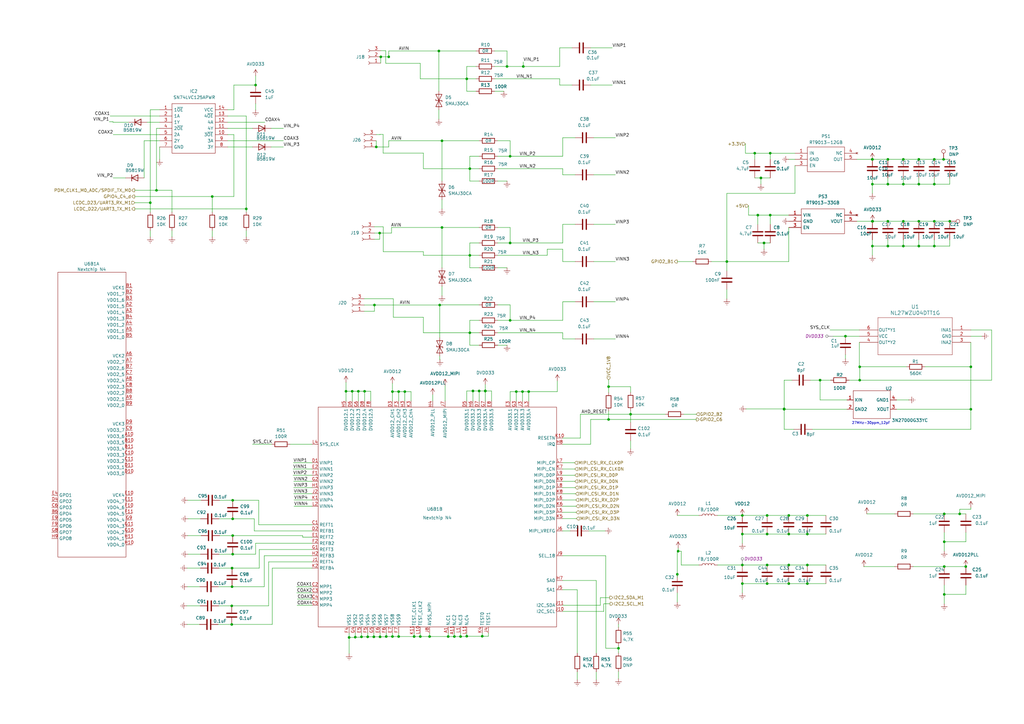
<source format=kicad_sch>
(kicad_sch (version 20230819) (generator eeschema)
  (paper "A3")
  (junction (at 196.5209 160.3586))
  (junction (at 183.8209 261.0696))
  (junction (at 156.1875 23.3142))
  (junction (at 188.9009 261.0696))
  (junction (at 383.2109 100.9226))
  (junction (at 192.7109 69.1726))
  (junction (at 298.1209 107.2726))
  (junction (at 95.0479 248.4966))
  (junction (at 214.63 27.2626))
  (junction (at 95.0479 256.1166))
  (junction (at 314.6309 239.3526))
  (junction (at 160.9609 160.6126))
  (junction (at 387.2749 232.3676))
  (junction (at 209.2209 131.4026))
  (junction (at 192.7109 136.4826))
  (junction (at 253.6709 265.8818))
  (junction (at 376.8609 100.9226))
  (junction (at 160.9609 261.0696))
  (junction (at 364.1609 65.3626))
  (junction (at 95.4289 227.2876))
  (junction (at 186.3609 261.0696))
  (junction (at 191.4409 260.9426))
  (junction (at 387.2749 222.2076))
  (junction (at 95.1749 233.0026))
  (junction (at 357.8109 100.9226))
  (junction (at 370.5109 65.3626))
  (junction (at 278.13 226.06))
  (junction (at 387.0012 65.3626))
  (junction (at 95.4289 205.1896))
  (junction (at 383.2109 75.5226))
  (junction (at 155.8809 261.1966))
  (junction (at 398.1969 167.8516))
  (junction (at 364.1609 100.9226))
  (junction (at 310.8209 88.2226))
  (junction (at 323.5209 219.0326))
  (junction (at 304.4709 239.3526))
  (junction (at 207.9509 27.2626))
  (junction (at 398.1969 150.4526))
  (junction (at 304.4709 211.4126))
  (junction (at 357.8109 75.5226))
  (junction (at 209.2209 64.0926))
  (junction (at 387.2749 243.7976))
  (junction (at 249.6069 172.0426))
  (junction (at 181.2809 93.3026))
  (junction (at 314.6309 219.0326))
  (junction (at 199.0533 160.3586))
  (junction (at 357.7962 65.3626))
  (junction (at 101.0169 85.6826))
  (junction (at 180.34 125.1024))
  (junction (at 357.8109 90.7626))
  (junction (at 193.9809 160.3586))
  (junction (at 166.0409 160.6126))
  (junction (at 370.5109 75.5226))
  (junction (at 169.8509 261.0696))
  (junction (at 312.0909 72.9826))
  (junction (at 314.6309 231.7326))
  (junction (at 249.6069 158.5806))
  (junction (at 336.3479 155.9136))
  (junction (at 141.9109 160.4856))
  (junction (at 331.1409 219.0326))
  (junction (at 376.8609 75.5226))
  (junction (at 148.2609 261.1966))
  (junction (at 163.5009 261.0696))
  (junction (at 181.2809 57.7426))
  (junction (at 150.8009 261.1966))
  (junction (at 145.7209 261.3236))
  (junction (at 197.7909 260.9426))
  (junction (at 199.0609 160.3586))
  (junction (at 321.6159 167.8516))
  (junction (at 323.5209 239.3526))
  (junction (at 346.7619 137.8796))
  (junction (at 357.8819 90.7626))
  (junction (at 370.5109 90.7626))
  (junction (at 323.5209 231.7326))
  (junction (at 211.7609 160.6126))
  (junction (at 191.4409 32.3426))
  (junction (at 370.5109 100.9226))
  (junction (at 163.5009 160.6126))
  (junction (at 153.5825 125.1024))
  (junction (at 95.1749 240.6226))
  (junction (at 149.5309 160.4856))
  (junction (at 192.7109 104.7326))
  (junction (at 104.8269 34.8826))
  (junction (at 180.0109 20.9126))
  (junction (at 315.9009 88.2226))
  (junction (at 214.3009 160.6126))
  (junction (at 315.9009 62.8226))
  (junction (at 172.3909 261.0696))
  (junction (at 331.1409 211.4126))
  (junction (at 314.6309 211.4126))
  (junction (at 144.4509 160.4856))
  (junction (at 159.4369 23.3142))
  (junction (at 321.6159 167.7246))
  (junction (at 95.4289 219.6676))
  (junction (at 387.2749 210.7776))
  (junction (at 87.0469 80.6026))
  (junction (at 209.2209 99.6526))
  (junction (at 364.1609 90.7626))
  (junction (at 352.6039 155.9136))
  (junction (at 304.4709 219.0326))
  (junction (at 383.2109 65.3626))
  (junction (at 176.2009 261.0696))
  (junction (at 313.3609 99.6526))
  (junction (at 331.1409 231.7326))
  (junction (at 357.8109 65.3626))
  (junction (at 61.6469 83.1426))
  (junction (at 154.3257 60.2625))
  (junction (at 158.4209 261.0696))
  (junction (at 95.4289 212.8096))
  (junction (at 153.3409 261.1966))
  (junction (at 364.1609 75.5226))
  (junction (at 389.5609 90.7626))
  (junction (at 323.5209 211.4126))
  (junction (at 64.1869 78.0626))
  (junction (at 376.8609 65.3626))
  (junction (at 304.4709 231.7326))
  (junction (at 146.9909 160.4856))
  (junction (at 309.5509 62.8226))
  (junction (at 393.6198 210.7776))
  (junction (at 396.1133 232.3676))
  (junction (at 376.8609 90.7626))
  (junction (at 277.8009 235.5426))
  (junction (at 216.8409 160.6126))
  (junction (at 383.2109 90.7626))
  (junction (at 155.7143 95.5828))
  (junction (at 352.6039 150.4526))
  (junction (at 143.1809 261.4506))
  (junction (at 258.6239 169.8836))
  (junction (at 331.1409 239.3526))
  (wire (pts (xy 121.7179 243.1626) (xy 127.9409 243.1626)))
  (wire (pts (xy 294.3109 231.7326) (xy 304.4709 231.7326)))
  (wire (pts (xy 258.6239 169.8836) (xy 258.6239 173.1856)))
  (wire (pts (xy 246.253 245.11) (xy 246.253 248.2426)))
  (wire (pts (xy 192.7109 69.1726) (xy 192.7109 74.2526)))
  (wire (pts (xy 106.3509 233.0026) (xy 95.1749 233.0026)))
  (wire (pts (xy 258.6239 169.8836) (xy 272.8479 169.8836)))
  (wire (pts (xy 46.3349 49.9124) (xy 46.3349 50.1226)))
  (wire (pts (xy 230.8109 139.0226) (xy 235.8909 139.0226)))
  (wire (pts (xy 145.7209 259.6726) (xy 145.7209 261.3236)))
  (wire (pts (xy 230.8109 207.6026) (xy 236.2719 207.6026)))
  (wire (pts (xy 249.6069 172.0426) (xy 285.5479 172.0426)))
  (wire (pts (xy 93.3969 45.0426) (xy 95.9369 45.0426)))
  (wire (pts (xy 46.4069 72.9826) (xy 51.4869 72.9826)))
  (wire (pts (xy 153.3409 259.6726) (xy 153.3409 261.1966)))
  (wire (pts (xy 238.0499 179.6626) (xy 230.8109 179.6626)))
  (wire (pts (xy 181.2809 117.4326) (xy 181.2809 121.2426)))
  (wire (pts (xy 173.6609 130.1326) (xy 173.6609 136.4826)))
  (wire (pts (xy 155.8555 55.1437) (xy 157.1255 55.1437)))
  (wire (pts (xy 93.3969 50.1226) (xy 108.6369 50.1226)))
  (wire (pts (xy 163.5009 160.6126) (xy 163.5009 164.4226)))
  (wire (pts (xy 383.2109 90.7626) (xy 389.5609 90.7626)))
  (wire (pts (xy 323.5209 65.3626) (xy 326.0609 65.3626)))
  (wire (pts (xy 153.5674 93.0428) (xy 157.1917 93.0428)))
  (wire (pts (xy 173.6609 103.2086) (xy 173.6609 104.7326)))
  (wire (pts (xy 209.2209 131.4026) (xy 230.8109 131.4026)))
  (wire (pts (xy 214.63 27.2626) (xy 229.5409 27.2626)))
  (wire (pts (xy 181.2809 57.7426) (xy 181.2809 74.2526)))
  (wire (pts (xy 120.1939 194.9026) (xy 127.9409 194.9026)))
  (wire (pts (xy 242.2409 34.8826) (xy 251.1309 34.8826)))
  (wire (pts (xy 309.5509 62.8226) (xy 309.5509 65.3626)))
  (wire (pts (xy 104.8269 227.2876) (xy 95.4289 227.2876)))
  (wire (pts (xy 110.1609 230.4626) (xy 127.9409 230.4626)))
  (wire (pts (xy 95.4289 219.6676) (xy 124.1309 219.6676)))
  (wire (pts (xy 93.3969 52.6626) (xy 103.5569 52.6626)))
  (wire (pts (xy 127.9409 215.2226) (xy 106.0969 215.2226)))
  (wire (pts (xy 244.5269 275.5476) (xy 244.5269 278.7226)))
  (wire (pts (xy 230.8109 136.4826) (xy 230.8109 139.0226)))
  (wire (pts (xy 181.2809 81.8726) (xy 181.2809 85.6826)))
  (wire (pts (xy 180.34 146.05) (xy 180.34 147.4333)))
  (wire (pts (xy 200.3309 259.6726) (xy 200.3309 260.9426)))
  (wire (pts (xy 95.0479 248.4966) (xy 110.1609 248.4966)))
  (wire (pts (xy 155.7143 95.5828) (xy 155.7143 98.1228)))
  (wire (pts (xy 376.8609 98.3826) (xy 376.8609 100.9226)))
  (wire (pts (xy 160.9609 259.6726) (xy 160.9609 261.0696)))
  (wire (pts (xy 127.9409 222.8426) (xy 104.8269 222.8426)))
  (wire (pts (xy 207.9509 20.9126) (xy 207.9509 27.2626)))
  (wire (pts (xy 120.3209 189.8226) (xy 127.9409 189.8226)))
  (wire (pts (xy 230.8109 189.8226) (xy 235.6369 189.8226)))
  (wire (pts (xy 202.8709 27.2626) (xy 207.9509 27.2626)))
  (wire (pts (xy 160.9609 160.6126) (xy 163.5009 160.6126)))
  (wire (pts (xy 197.7909 260.9426) (xy 191.4409 260.9426)))
  (wire (pts (xy 159.4369 23.3142) (xy 159.4369 23.4526)))
  (wire (pts (xy 253.6709 255.9896) (xy 253.6709 257.2596)))
  (wire (pts (xy 196.5209 131.4026) (xy 192.7109 131.4026)))
  (wire (pts (xy 55.2969 83.1426) (xy 61.6469 83.1426)))
  (wire (pts (xy 370.5109 98.3826) (xy 370.5109 100.9226)))
  (wire (pts (xy 336.3479 155.9136) (xy 336.3479 164.0416)))
  (wire (pts (xy 160.5799 95.5828) (xy 155.7143 95.5828)))
  (wire (pts (xy 172.3909 259.6726) (xy 172.3909 261.0696)))
  (wire (pts (xy 149.5309 160.4856) (xy 152.0709 160.4856)))
  (wire (pts (xy 277.8009 226.06) (xy 277.8009 235.5426)))
  (wire (pts (xy 258.6239 180.8056) (xy 258.6239 184.1076)))
  (wire (pts (xy 294.3109 211.4126) (xy 304.4709 211.4126)))
  (wire (pts (xy 204.1409 93.3026) (xy 209.2209 93.3026)))
  (wire (pts (xy 111.1769 60.2826) (xy 116.2569 60.2826)))
  (wire (pts (xy 204.1409 57.7426) (xy 209.2209 57.7426)))
  (wire (pts (xy 156.1875 20.7742) (xy 158.2408 20.7742)))
  (wire (pts (xy 243.5109 92.0326) (xy 252.4009 92.0326)))
  (wire (pts (xy 354.33 232.41) (xy 354.33 232.3676)))
  (wire (pts (xy 196.5209 64.0926) (xy 192.7109 64.0926)))
  (wire (pts (xy 211.7609 160.6126) (xy 214.3009 160.6126)))
  (wire (pts (xy 95.0479 256.1166) (xy 111.6849 256.1166)))
  (wire (pts (xy 173.6609 62.7838) (xy 173.6609 69.1726)))
  (wire (pts (xy 191.4409 27.2626) (xy 191.4409 32.3426)))
  (wire (pts (xy 364.1609 65.3626) (xy 370.5109 65.3626)))
  (wire (pts (xy 143.1809 261.4506) (xy 143.1809 268.0546)))
  (wire (pts (xy 120.1939 192.3626) (xy 127.9409 192.3626)))
  (wire (pts (xy 331.1409 219.0326) (xy 338.7609 219.0326)))
  (wire (pts (xy 230.8109 56.4726) (xy 230.8109 64.0926)))
  (wire (pts (xy 370.5109 65.3626) (xy 376.8609 65.3626)))
  (wire (pts (xy 312.0909 72.9826) (xy 312.0909 75.5226)))
  (wire (pts (xy 277.8009 211.4126) (xy 286.6909 211.4126)))
  (wire (pts (xy 183.8209 259.6726) (xy 183.8209 261.0696)))
  (wire (pts (xy 243.5109 123.7826) (xy 252.4009 123.7826)))
  (wire (pts (xy 214.63 25.4) (xy 214.63 27.2626)))
  (wire (pts (xy 383.2109 98.3826) (xy 383.2109 100.9226)))
  (wire (pts (xy 191.4409 37.4226) (xy 195.2509 37.4226)))
  (wire (pts (xy 357.8109 90.7626) (xy 357.8819 90.7626)))
  (wire (pts (xy 258.6239 160.8666) (xy 258.6239 158.5806)))
  (wire (pts (xy 304.4709 211.4126) (xy 314.6309 211.4126)))
  (wire (pts (xy 204.1409 125.0526) (xy 209.2209 125.0526)))
  (wire (pts (xy 169.8509 261.0696) (xy 163.5009 261.0696)))
  (wire (pts (xy 310.8209 88.2226) (xy 310.8209 92.0326)))
  (wire (pts (xy 192.7109 109.8126) (xy 196.5209 109.8126)))
  (wire (pts (xy 346.7619 137.8796) (xy 352.4769 137.8796)))
  (wire (pts (xy 258.6239 158.5806) (xy 249.6069 158.5806)))
  (wire (pts (xy 89.4599 256.1166) (xy 95.0479 256.1166)))
  (wire (pts (xy 124.1309 219.6676) (xy 124.1309 220.3026)))
  (wire (pts (xy 244.5269 238.0826) (xy 244.5269 267.9276)))
  (wire (pts (xy 228.6 156.21) (xy 228.6 160.6126)))
  (wire (pts (xy 192.7109 136.4826) (xy 192.7109 141.5626)))
  (wire (pts (xy 104.8269 42.5026) (xy 104.8269 45.0426)))
  (wire (pts (xy 253.6709 264.8796) (xy 253.6709 265.8818)))
  (wire (pts (xy 157.1917 103.2086) (xy 173.6609 103.2086)))
  (wire (pts (xy 95.4289 212.8096) (xy 104.3189 212.8096)))
  (wire (pts (xy 173.6609 69.1726) (xy 192.7109 69.1726)))
  (wire (pts (xy 127.9409 233.0026) (xy 111.6849 233.0026)))
  (wire (pts (xy 89.8409 233.0026) (xy 95.1749 233.0026)))
  (wire (pts (xy 323.5209 88.2226) (xy 315.9009 88.2226)))
  (wire (pts (xy 154.3257 57.7225) (xy 154.3257 60.2625)))
  (wire (pts (xy 230.8109 241.8926) (xy 236.7799 241.8926)))
  (wire (pts (xy 89.8409 212.8096) (xy 95.4289 212.8096)))
  (wire (pts (xy 229.5409 34.8826) (xy 234.6209 34.8826)))
  (wire (pts (xy 87.0469 94.5726) (xy 87.0469 97.1126)))
  (wire (pts (xy 120.5749 207.6026) (xy 127.9409 207.6026)))
  (wire (pts (xy 176.2009 261.0696) (xy 172.3909 261.0696)))
  (wire (pts (xy 61.6469 94.5726) (xy 61.6469 97.1126)))
  (wire (pts (xy 230.8109 238.0826) (xy 244.5269 238.0826)))
  (wire (pts (xy 150.8009 259.6726) (xy 150.8009 261.1966)))
  (wire (pts (xy 120.4479 202.5226) (xy 127.9409 202.5226)))
  (wire (pts (xy 230.8109 182.2026) (xy 242.2409 182.2026)))
  (wire (pts (xy 216.8409 160.6126) (xy 216.8409 164.4226)))
  (wire (pts (xy 305.9949 167.7246) (xy 321.6159 167.7246)))
  (wire (pts (xy 124.1309 220.3026) (xy 127.9409 220.3026)))
  (wire (pts (xy 247.65 247.65) (xy 250.19 247.65)))
  (wire (pts (xy 156.1875 25.8542) (xy 156.1875 23.3142)))
  (wire (pts (xy 149.4067 122.5624) (xy 161.3419 122.5624)))
  (wire (pts (xy 95.1749 240.6226) (xy 108.3829 240.6226)))
  (wire (pts (xy 90.0949 219.6676) (xy 95.4289 219.6676)))
  (wire (pts (xy 379.4009 150.4526) (xy 398.1969 150.4526)))
  (wire (pts (xy 309.5509 62.8226) (xy 305.7409 62.8226)))
  (wire (pts (xy 253.6709 275.4206) (xy 253.6709 278.3416)))
  (wire (pts (xy 291.7709 107.2726) (xy 298.1209 107.2726)))
  (wire (pts (xy 348.2859 155.9136) (xy 352.6039 155.9136)))
  (wire (pts (xy 243.5109 107.2726) (xy 252.4009 107.2726)))
  (wire (pts (xy 326.0609 79.3326) (xy 298.1209 79.3326)))
  (wire (pts (xy 196.5209 57.7426) (xy 181.2809 57.7426)))
  (wire (pts (xy 199.0533 157.7072) (xy 199.0533 160.3586)))
  (wire (pts (xy 314.6309 239.3526) (xy 323.5209 239.3526)))
  (wire (pts (xy 155.8555 55.1825) (xy 154.3257 55.1825)))
  (wire (pts (xy 148.2609 259.6726) (xy 148.2609 261.1966)))
  (wire (pts (xy 192.7109 136.4826) (xy 196.5209 136.4826)))
  (wire (pts (xy 230.8109 192.3626) (xy 235.7639 192.3626)))
  (wire (pts (xy 253.6709 265.8818) (xy 253.6709 267.8006)))
  (wire (pts (xy 321.6159 167.8516) (xy 347.3969 167.8516)))
  (wire (pts (xy 46.3349 50.1226) (xy 52.7569 50.1226)))
  (wire (pts (xy 160.5799 93.3026) (xy 160.5799 95.5828)))
  (wire (pts (xy 153.3409 261.1966) (xy 155.8809 261.1966)))
  (wire (pts (xy 374.5749 210.7776) (xy 387.2749 210.7776)))
  (wire (pts (xy 160.9609 157.1836) (xy 160.9609 160.6126)))
  (wire (pts (xy 230.8109 194.9026) (xy 235.7639 194.9026)))
  (wire (pts (xy 249.6069 155.7866) (xy 249.6069 158.5806)))
  (wire (pts (xy 376.8609 100.9226) (xy 383.2109 100.9226)))
  (wire (pts (xy 177.4709 161.8826) (xy 177.4709 164.4226)))
  (wire (pts (xy 191.4409 259.6726) (xy 191.4409 260.9426)))
  (wire (pts (xy 95.9369 55.2026) (xy 95.9369 80.6026)))
  (wire (pts (xy 376.8609 75.5226) (xy 383.2109 75.5226)))
  (wire (pts (xy 248.4632 227.9226) (xy 230.8109 227.9226)))
  (wire (pts (xy 143.1809 259.6726) (xy 143.1809 261.4506)))
  (wire (pts (xy 188.9009 259.6726) (xy 188.9009 261.0696)))
  (wire (pts (xy 230.8109 71.7126) (xy 235.8909 71.7126)))
  (wire (pts (xy 214.3009 160.6126) (xy 214.3009 164.4226)))
  (wire (pts (xy 248.4632 265.8818) (xy 248.4632 227.9226)))
  (wire (pts (xy 211.7609 160.6126) (xy 211.7609 164.4226)))
  (wire (pts (xy 158.4209 259.6726) (xy 158.4209 261.0696)))
  (wire (pts (xy 145.7209 261.4506) (xy 143.1809 261.4506)))
  (wire (pts (xy 230.8109 107.2726) (xy 235.8909 107.2726)))
  (wire (pts (xy 149.4067 125.1024) (xy 153.5825 125.1024)))
  (wire (pts (xy 155.7143 95.5828) (xy 153.5674 95.5828)))
  (wire (pts (xy 90.0949 205.1896) (xy 95.4289 205.1896)))
  (wire (pts (xy 181.2809 93.3026) (xy 181.2809 109.8126)))
  (wire (pts (xy 64.1869 78.0626) (xy 70.5369 78.0626)))
  (wire (pts (xy 186.3609 261.0696) (xy 183.8209 261.0696)))
  (wire (pts (xy 104.8269 222.8426) (xy 104.8269 227.2876)))
  (wire (pts (xy 325.5529 176.1066) (xy 321.6159 176.1066)))
  (wire (pts (xy 364.1609 75.5226) (xy 370.5109 75.5226)))
  (wire (pts (xy 180.0109 45.0426) (xy 180.0109 48.8526)))
  (wire (pts (xy 55.2969 80.6026) (xy 87.0469 80.6026)))
  (wire (pts (xy 95.9369 80.6026) (xy 87.0469 80.6026)))
  (wire (pts (xy 352.6039 155.9136) (xy 406.7059 155.9136)))
  (wire (pts (xy 155.8809 259.6726) (xy 155.8809 261.1966)))
  (wire (pts (xy 45.1369 47.5826) (xy 65.4569 47.5826)))
  (wire (pts (xy 242.2409 19.6426) (xy 251.1309 19.6426)))
  (wire (pts (xy 172.3909 32.3426) (xy 191.4409 32.3426)))
  (wire (pts (xy 374.5749 232.3676) (xy 387.2749 232.3676)))
  (wire (pts (xy 163.5009 259.6726) (xy 163.5009 261.0696)))
  (wire (pts (xy 238.0499 169.8836) (xy 258.6239 169.8836)))
  (wire (pts (xy 204.1409 99.6526) (xy 209.2209 99.6526)))
  (wire (pts (xy 364.1609 100.9226) (xy 370.5109 100.9226)))
  (wire (pts (xy 191.4409 32.3426) (xy 191.4409 37.4226)))
  (wire (pts (xy 159.4369 57.7426) (xy 159.4369 60.2826)))
  (wire (pts (xy 93.3969 47.5826) (xy 101.0169 47.5826)))
  (wire (pts (xy 396.1649 222.2076) (xy 387.2749 222.2076)))
  (wire (pts (xy 120.4479 199.9826) (xy 127.9409 199.9826)))
  (wire (pts (xy 191.4409 260.9426) (xy 191.4409 261.0696)))
  (wire (pts (xy 173.6609 104.7326) (xy 192.7109 104.7326)))
  (wire (pts (xy 196.5209 93.3026) (xy 181.2809 93.3026)))
  (wire (pts (xy 76.8869 240.6226) (xy 81.9669 240.6226)))
  (wire (pts (xy 383.2109 75.5226) (xy 389.5609 75.5226)))
  (wire (pts (xy 376.8609 72.9826) (xy 376.8609 75.5226)))
  (wire (pts (xy 192.7109 99.6526) (xy 192.7109 104.7326)))
  (wire (pts (xy 195.2509 20.9126) (xy 180.0109 20.9126)))
  (wire (pts (xy 209.2209 64.0926) (xy 230.8109 64.0926)))
  (wire (pts (xy 230.8109 102.1926) (xy 230.8109 107.2726)))
  (wire (pts (xy 89.8409 227.2876) (xy 95.4289 227.2876)))
  (wire (pts (xy 161.3419 130.1326) (xy 173.6609 130.1326)))
  (wire (pts (xy 230.8109 205.0626) (xy 236.1449 205.0626)))
  (wire (pts (xy 154.3257 60.2625) (xy 154.3257 60.2826)))
  (wire (pts (xy 89.5869 240.6226) (xy 95.1749 240.6226)))
  (wire (pts (xy 77.0139 219.6676) (xy 82.4749 219.6676)))
  (wire (pts (xy 176.2009 259.6726) (xy 176.2009 261.0696)))
  (wire (pts (xy 387.2749 222.2076) (xy 387.2749 218.3976)))
  (wire (pts (xy 230.8109 212.6826) (xy 236.3989 212.6826)))
  (wire (pts (xy 192.7109 141.5626) (xy 196.5209 141.5626)))
  (wire (pts (xy 357.8109 75.5226) (xy 357.8109 79.3326)))
  (wire (pts (xy 59.1069 57.7426) (xy 59.1069 72.9826)))
  (wire (pts (xy 209.2209 57.7426) (xy 209.2209 64.0926)))
  (wire (pts (xy 152.0709 160.4856) (xy 152.0709 164.4226)))
  (wire (pts (xy 157.1255 55.1437) (xy 157.1255 62.7838)))
  (wire (pts (xy 89.7139 248.4966) (xy 95.0479 248.4966)))
  (wire (pts (xy 398.1969 208.1619) (xy 398.1969 208.8726)))
  (wire (pts (xy 172.3909 261.0696) (xy 169.8509 261.0696)))
  (wire (pts (xy 61.6469 83.1426) (xy 61.6469 86.9526)))
  (wire (pts (xy 127.9409 245.7026) (xy 121.9719 245.7026)))
  (wire (pts (xy 166.0409 160.6126) (xy 168.5809 160.6126)))
  (wire (pts (xy 160.9609 164.4226) (xy 160.9609 160.6126)))
  (wire (pts (xy 155.7143 98.1228) (xy 153.5674 98.1228)))
  (wire (pts (xy 61.6469 45.0426) (xy 61.6469 83.1426)))
  (wire (pts (xy 323.5209 239.3526) (xy 331.1409 239.3526)))
  (wire (pts (xy 383.2109 100.9226) (xy 389.5609 100.9226)))
  (wire (pts (xy 157.1255 62.7838) (xy 173.6609 62.7838)))
  (wire (pts (xy 95.9369 34.8826) (xy 104.8269 34.8826)))
  (wire (pts (xy 331.1409 231.7326) (xy 338.7609 231.7326)))
  (wire (pts (xy 224.4609 104.7326) (xy 204.1409 104.7326)))
  (wire (pts (xy 304.4709 239.3526) (xy 304.4709 243.1626)))
  (wire (pts (xy 192.7109 69.1726) (xy 196.5209 69.1726)))
  (wire (pts (xy 321.6159 167.8516) (xy 321.6159 176.1066)))
  (wire (pts (xy 166.0409 160.6126) (xy 166.0409 164.4226)))
  (wire (pts (xy 127.9409 225.3826) (xy 106.3509 225.3826)))
  (wire (pts (xy 149.5309 160.4856) (xy 149.5309 164.4226)))
  (wire (pts (xy 199.0609 160.3586) (xy 199.0609 164.4226)))
  (wire (pts (xy 315.9009 62.8226) (xy 315.9009 65.3626)))
  (wire (pts (xy 336.3479 155.9136) (xy 340.6659 155.9136)))
  (wire (pts (xy 235.8909 92.0326) (xy 230.8109 92.0326)))
  (wire (pts (xy 364.1609 72.9826) (xy 364.1609 75.5226)))
  (wire (pts (xy 149.4067 127.6424) (xy 153.5825 127.6424)))
  (wire (pts (xy 393.6198 210.7776) (xy 396.1649 210.7776)))
  (wire (pts (xy 157.1917 93.0428) (xy 157.1917 103.2086)))
  (wire (pts (xy 191.4409 160.3586) (xy 193.9809 160.3586)))
  (wire (pts (xy 144.4509 160.4856) (xy 146.9909 160.4856)))
  (wire (pts (xy 196.5209 125.0526) (xy 181.2809 125.0526)))
  (wire (pts (xy 121.7179 240.6226) (xy 127.9409 240.6226)))
  (wire (pts (xy 280.4679 169.8836) (xy 285.5479 169.8836)))
  (wire (pts (xy 192.7109 74.2526) (xy 196.5209 74.2526)))
  (wire (pts (xy 230.8109 197.4426) (xy 235.7639 197.4426)))
  (wire (pts (xy 159.4369 20.9126) (xy 180.0109 20.9126)))
  (wire (pts (xy 230.8109 69.1726) (xy 230.8109 71.7126)))
  (wire (pts (xy 279.4 231.7326) (xy 286.6909 231.7326)))
  (wire (pts (xy 310.8209 88.2226) (xy 315.9009 88.2226)))
  (wire (pts (xy 367.7169 167.8516) (xy 398.1969 167.8516)))
  (wire (pts (xy 168.5809 160.6126) (xy 168.5809 164.4226)))
  (wire (pts (xy 230.8109 210.1426) (xy 236.2719 210.1426)))
  (wire (pts (xy 106.3509 225.3826) (xy 106.3509 233.0026)))
  (wire (pts (xy 197.7909 259.6726) (xy 197.7909 260.9426)))
  (wire (pts (xy 387.2749 243.7976) (xy 387.2749 247.6076)))
  (wire (pts (xy 387.2749 232.3676) (xy 396.1133 232.3676)))
  (wire (pts (xy 355.5249 210.7776) (xy 366.9549 210.7776)))
  (wire (pts (xy 110.1609 248.4966) (xy 110.1609 230.4626)))
  (wire (pts (xy 298.1209 79.3326) (xy 298.1209 107.2726)))
  (wire (pts (xy 228.6 160.6126) (xy 216.8409 160.6126)))
  (wire (pts (xy 396.1649 243.7976) (xy 387.2749 243.7976)))
  (wire (pts (xy 155.8555 55.1437) (xy 155.8555 55.1825)))
  (wire (pts (xy 207.9509 27.2626) (xy 214.63 27.2626)))
  (wire (pts (xy 246.253 245.11) (xy 250.063 245.11)))
  (wire (pts (xy 364.1609 90.7626) (xy 370.5109 90.7626)))
  (wire (pts (xy 253.6709 265.8818) (xy 248.4632 265.8818)))
  (wire (pts (xy 65.4569 45.0426) (xy 61.6469 45.0426)))
  (wire (pts (xy 159.4369 57.7426) (xy 181.2809 57.7426)))
  (wire (pts (xy 321.6159 167.7246) (xy 321.6159 167.8516)))
  (wire (pts (xy 352.4769 150.4526) (xy 352.6039 150.4526)))
  (wire (pts (xy 70.5369 78.0626) (xy 70.5369 86.9526)))
  (wire (pts (xy 304.4709 219.0326) (xy 304.4709 222.8426)))
  (wire (pts (xy 242.2409 172.0426) (xy 249.6069 172.0426)))
  (wire (pts (xy 204.1409 64.0926) (xy 209.2209 64.0926)))
  (wire (pts (xy 389.5609 100.9226) (xy 389.5609 98.3826)))
  (wire (pts (xy 70.5369 94.5726) (xy 70.5369 97.1126)))
  (wire (pts (xy 199.0533 160.3586) (xy 199.0609 160.3586)))
  (wire (pts (xy 201.6009 160.3586) (xy 201.6009 164.4226)))
  (wire (pts (xy 141.9109 164.4226) (xy 141.9109 160.4856)))
  (wire (pts (xy 161.3419 122.5624) (xy 161.3419 130.1326)))
  (wire (pts (xy 333.1729 176.1066) (xy 398.1969 176.1066)))
  (wire (pts (xy 146.9909 160.4856) (xy 149.5309 160.4856)))
  (wire (pts (xy 351.4609 90.7626) (xy 357.8109 90.7626)))
  (wire (pts (xy 159.4369 20.9126) (xy 159.4369 23.3142)))
  (wire (pts (xy 163.5009 261.0696) (xy 160.9609 261.0696)))
  (wire (pts (xy 192.7109 104.7326) (xy 196.5209 104.7326)))
  (wire (pts (xy 314.6309 211.4126) (xy 323.5209 211.4126)))
  (wire (pts (xy 111.6849 233.0026) (xy 111.6849 256.1166)))
  (wire (pts (xy 188.9009 261.0696) (xy 186.3609 261.0696)))
  (wire (pts (xy 396.1649 218.3976) (xy 396.1649 222.2076)))
  (wire (pts (xy 340.4119 135.3396) (xy 352.4769 135.3396)))
  (wire (pts (xy 370.5109 100.9226) (xy 376.8609 100.9226)))
  (wire (pts (xy 243.5109 56.4726) (xy 252.4009 56.4726)))
  (wire (pts (xy 326.0609 67.9026) (xy 326.0609 79.3326)))
  (wire (pts (xy 258.6239 168.4866) (xy 258.6239 169.8836)))
  (wire (pts (xy 76.7599 256.1166) (xy 81.8399 256.1166)))
  (wire (pts (xy 323.5209 219.0326) (xy 331.1409 219.0326)))
  (wire (pts (xy 235.8909 123.7826) (xy 230.8109 123.7826)))
  (wire (pts (xy 202.8709 20.9126) (xy 207.9509 20.9126)))
  (wire (pts (xy 191.4409 261.0696) (xy 188.9009 261.0696)))
  (wire (pts (xy 393.6249 208.8726) (xy 393.6198 210.7776)))
  (wire (pts (xy 376.8609 65.3626) (xy 383.2109 65.3626)))
  (wire (pts (xy 230.8109 92.0326) (xy 230.8109 99.6526)))
  (wire (pts (xy 304.4709 231.7326) (xy 314.6309 231.7326)))
  (wire (pts (xy 352.4769 140.4196) (xy 352.4769 150.4526)))
  (wire (pts (xy 204.1409 74.2526) (xy 207.9509 74.2526)))
  (wire (pts (xy 200.3309 260.9426) (xy 197.7909 260.9426)))
  (wire (pts (xy 323.5209 231.7326) (xy 331.1409 231.7326)))
  (wire (pts (xy 230.8109 202.5226) (xy 236.0179 202.5226)))
  (wire (pts (xy 158.4209 261.1966) (xy 155.8809 261.1966)))
  (wire (pts (xy 46.4069 55.2026) (xy 65.4569 55.2026)))
  (wire (pts (xy 145.7209 261.3236) (xy 145.7209 261.4506)))
  (wire (pts (xy 108.3829 227.9226) (xy 127.9409 227.9226)))
  (wire (pts (xy 77.1409 227.2876) (xy 82.2209 227.2876)))
  (wire (pts (xy 95.9369 45.0426) (xy 95.9369 34.8826)))
  (wire (pts (xy 101.0169 47.5826) (xy 101.0169 85.6826)))
  (wire (pts (xy 387.2749 222.2076) (xy 387.2749 226.0176)))
  (wire (pts (xy 93.3969 60.2826) (xy 103.5569 60.2826)))
  (wire (pts (xy 202.8709 32.3426) (xy 229.5409 32.3426)))
  (wire (pts (xy 169.8509 259.6726) (xy 169.8509 261.0696)))
  (wire (pts (xy 243.5109 71.7126) (xy 252.4009 71.7126)))
  (wire (pts (xy 304.4709 219.0326) (xy 314.6309 219.0326)))
  (wire (pts (xy 331.1409 211.4126) (xy 338.7609 211.4126)))
  (wire (pts (xy 312.0909 72.9826) (xy 315.9009 72.9826)))
  (wire (pts (xy 160.9609 261.0696) (xy 158.4209 261.0696)))
  (wire (pts (xy 367.7169 164.0416) (xy 372.7159 164.0416)))
  (wire (pts (xy 180.34 147.4333) (xy 180.45 147.4333)))
  (wire (pts (xy 396.1649 239.9876) (xy 396.1649 243.7976)))
  (wire (pts (xy 104.8269 31.0886) (xy 104.8269 34.8826)))
  (wire (pts (xy 354.33 232.3676) (xy 366.9549 232.3676)))
  (wire (pts (xy 173.6609 136.4826) (xy 192.7109 136.4826)))
  (wire (pts (xy 77.1409 212.8096) (xy 82.2209 212.8096)))
  (wire (pts (xy 196.5209 160.3586) (xy 196.5209 164.4226)))
  (wire (pts (xy 180.34 125.1024) (xy 181.2809 125.1024)))
  (wire (pts (xy 313.3609 99.6526) (xy 313.3609 102.1926)))
  (wire (pts (xy 305.7409 59.0126) (xy 305.7409 62.8226)))
  (wire (pts (xy 383.2109 65.3626) (xy 387.0012 65.3626)))
  (wire (pts (xy 323.5209 107.2726) (xy 323.5209 93.3026)))
  (wire (pts (xy 111.1769 52.6626) (xy 116.2569 52.6626)))
  (wire (pts (xy 230.8109 217.7626) (xy 233.8589 217.7626)))
  (wire (pts (xy 104.3189 217.7626) (xy 127.9409 217.7626)))
  (wire (pts (xy 204.1409 136.4826) (xy 230.8109 136.4826)))
  (wire (pts (xy 180.0109 20.9126) (xy 180.0109 37.4226)))
  (wire (pts (xy 204.1409 141.5626) (xy 207.9509 141.5626)))
  (wire (pts (xy 76.6329 248.4966) (xy 82.0939 248.4966)))
  (wire (pts (xy 314.6309 231.7326) (xy 323.5209 231.7326)))
  (wire (pts (xy 60.3769 50.1226) (xy 65.4569 50.1226)))
  (wire (pts (xy 153.3409 261.1966) (xy 150.8009 261.1966)))
  (wire (pts (xy 370.5109 75.5226) (xy 376.8609 75.5226)))
  (wire (pts (xy 321.6159 155.9136) (xy 324.7909 155.9136)))
  (wire (pts (xy 120.4479 197.4426) (xy 127.9409 197.4426)))
  (wire (pts (xy 243.5109 139.0226) (xy 252.4009 139.0226)))
  (wire (pts (xy 55.2969 85.6826) (xy 101.0169 85.6826)))
  (wire (pts (xy 298.1209 107.2726) (xy 323.5209 107.2726)))
  (wire (pts (xy 141.9109 160.4856) (xy 144.4509 160.4856)))
  (wire (pts (xy 398.1969 167.8516) (xy 398.1969 176.1066)))
  (wire (pts (xy 65.4569 52.6626) (xy 64.1869 52.6626)))
  (wire (pts (xy 229.5409 19.6426) (xy 229.5409 27.2626)))
  (wire (pts (xy 192.7109 104.7326) (xy 192.7109 109.8126)))
  (wire (pts (xy 65.4569 57.7426) (xy 59.1069 57.7426)))
  (wire (pts (xy 383.2109 72.9826) (xy 383.2109 75.5226)))
  (wire (pts (xy 101.0169 85.6826) (xy 101.0169 86.9526)))
  (wire (pts (xy 44.8083 49.9124) (xy 46.3349 49.9124)))
  (wire (pts (xy 204.1409 109.8126) (xy 207.9509 109.8126)))
  (wire (pts (xy 277.8009 243.1626) (xy 277.8009 246.9726)))
  (wire (pts (xy 313.3609 99.6526) (xy 315.9009 99.6526)))
  (wire (pts (xy 398.1969 137.8796) (xy 402.6419 137.8796)))
  (wire (pts (xy 307.0109 84.4126) (xy 307.0109 88.2226)))
  (wire (pts (xy 234.6209 19.6426) (xy 229.5409 19.6426)))
  (wire (pts (xy 387.2749 210.7776) (xy 393.6198 210.7776)))
  (wire (pts (xy 144.4509 160.4856) (xy 144.4509 164.4226)))
  (wire (pts (xy 204.1409 69.1726) (xy 230.8109 69.1726)))
  (wire (pts (xy 141.9109 156.8026) (xy 141.9109 160.4856)))
  (wire (pts (xy 229.5409 32.3426) (xy 229.5409 34.8826)))
  (wire (pts (xy 193.9809 160.3586) (xy 196.5209 160.3586)))
  (wire (pts (xy 180.34 125.1024) (xy 180.34 138.43)))
  (wire (pts (xy 150.8009 261.1966) (xy 148.2609 261.1966)))
  (wire (pts (xy 357.8109 98.3826) (xy 357.8109 100.9226)))
  (wire (pts (xy 158.4209 261.0696) (xy 158.4209 261.1966)))
  (wire (pts (xy 186.3609 259.6726) (xy 186.3609 261.0696)))
  (wire (pts (xy 372.7159 164.0416) (xy 372.7159 164.0385)))
  (wire (pts (xy 214.3009 160.6126) (xy 216.8409 160.6126)))
  (wire (pts (xy 242.2409 182.2026) (xy 242.2409 172.0426)))
  (wire (pts (xy 246.253 248.2426) (xy 230.8109 248.2426)))
  (wire (pts (xy 183.8209 261.0696) (xy 176.2009 261.0696)))
  (wire (pts (xy 158.2408 25.9926) (xy 172.3909 25.9926)))
  (wire (pts (xy 192.7109 131.4026) (xy 192.7109 136.4826)))
  (wire (pts (xy 224.4609 102.1926) (xy 224.4609 104.7326)))
  (wire (pts (xy 376.8609 90.7626) (xy 383.2109 90.7626)))
  (wire (pts (xy 352.6039 150.4526) (xy 352.6039 155.9136)))
  (wire (pts (xy 364.1609 98.3826) (xy 364.1609 100.9226)))
  (wire (pts (xy 146.9909 160.4856) (xy 146.9909 164.4226)))
  (wire (pts (xy 93.3969 55.2026) (xy 95.9369 55.2026)))
  (wire (pts (xy 277.8009 236.8126) (xy 277.8009 235.5426)))
  (wire (pts (xy 321.6159 155.9136) (xy 321.6159 167.7246)))
  (wire (pts (xy 153.5825 127.6424) (xy 153.5825 125.1024)))
  (wire (pts (xy 357.8109 100.9226) (xy 364.1609 100.9226)))
  (wire (pts (xy 352.6039 150.4526) (xy 371.7809 150.4526)))
  (wire (pts (xy 148.2609 261.1966) (xy 148.2609 261.3236)))
  (wire (pts (xy 236.7799 275.5476) (xy 236.7799 278.7226)))
  (wire (pts (xy 65.4569 60.2826) (xy 65.4569 65.3626)))
  (wire (pts (xy 309.5509 72.9826) (xy 312.0909 72.9826)))
  (wire (pts (xy 398.1969 150.4526) (xy 398.1969 167.8516)))
  (wire (pts (xy 163.5009 160.6126) (xy 166.0409 160.6126)))
  (wire (pts (xy 148.2609 261.3236) (xy 145.7209 261.3236)))
  (wire (pts (xy 196.5209 160.3586) (xy 199.0533 160.3586)))
  (wire (pts (xy 238.0499 169.8836) (xy 238.0499 179.6626)))
  (wire (pts (xy 398.1969 208.8726) (xy 393.6249 208.8726)))
  (wire (pts (xy 357.8819 90.7626) (xy 364.1609 90.7626)))
  (wire (pts (xy 332.4109 155.9136) (xy 336.3479 155.9136)))
  (wire (pts (xy 357.8109 100.9226) (xy 357.8109 104.7326)))
  (wire (pts (xy 101.0169 94.5726) (xy 101.0169 97.1126)))
  (wire (pts (xy 108.3829 240.6226) (xy 108.3829 227.9226)))
  (wire (pts (xy 76.7599 233.0026) (xy 82.2209 233.0026)))
  (wire (pts (xy 389.5609 75.5226) (xy 389.5609 72.9826)))
  (wire (pts (xy 106.0969 205.1896) (xy 95.4289 205.1896)))
  (wire (pts (xy 357.7962 65.3626) (xy 357.8109 65.3626)))
  (wire (pts (xy 209.2209 99.6526) (xy 230.8109 99.6526)))
  (wire (pts (xy 195.2509 27.2626) (xy 191.4409 27.2626)))
  (wire (pts (xy 160.5799 93.3026) (xy 181.2809 93.3026)))
  (wire (pts (xy 298.1209 118.7026) (xy 298.1209 122.5126)))
  (wire (pts (xy 172.3909 25.9926) (xy 172.3909 32.3426)))
  (wire (pts (xy 249.6069 158.5806) (xy 249.6069 160.9936)))
  (wire (pts (xy 55.2969 78.0626) (xy 64.1869 78.0626)))
  (wire (pts (xy 331.1409 239.3526) (xy 338.7609 239.3526)))
  (wire (pts (xy 103.5569 182.2026) (xy 111.4309 182.2026)))
  (wire (pts (xy 357.8109 65.3626) (xy 364.1609 65.3626)))
  (wire (pts (xy 236.7799 241.8926) (xy 236.7799 267.9276)))
  (wire (pts (xy 341.6819 137.8796) (xy 346.7619 137.8796)))
  (wire (pts (xy 192.7109 64.0926) (xy 192.7109 69.1726)))
  (wire (pts (xy 196.5209 99.6526) (xy 192.7109 99.6526)))
  (wire (pts (xy 346.7619 145.4996) (xy 346.7619 147.1506)))
  (wire (pts (xy 191.4409 164.4226) (xy 191.4409 160.3586)))
  (wire (pts (xy 370.5109 72.9826) (xy 370.5109 75.5226)))
  (wire (pts (xy 204.1409 131.4026) (xy 209.2209 131.4026)))
  (wire (pts (xy 406.7059 135.3396) (xy 406.7059 155.9136)))
  (wire (pts (xy 304.4709 239.3526) (xy 314.6309 239.3526)))
  (wire (pts (xy 241.4789 217.7626) (xy 248.2099 217.7626)))
  (wire (pts (xy 209.2209 160.6126) (xy 211.7609 160.6126)))
  (wire (pts (xy 64.1869 52.6626) (xy 64.1869 78.0626)))
  (wire (pts (xy 298.1209 107.2726) (xy 298.1209 111.0826)))
  (wire (pts (xy 277.8009 226.06) (xy 278.13 226.06)))
  (wire (pts (xy 235.8909 56.4726) (xy 230.8109 56.4726)))
  (wire (pts (xy 209.2209 164.4226) (xy 209.2209 160.6126)))
  (wire (pts (xy 398.1969 140.4196) (xy 398.1969 150.4526)))
  (wire (pts (xy 357.8109 72.9826) (xy 357.8109 75.5226)))
  (wire (pts (xy 247.65 247.65) (xy 247.65 250.7826)))
  (wire (pts (xy 314.6309 219.0326) (xy 323.5209 219.0326)))
  (wire (pts (xy 120.5749 205.0626) (xy 127.9409 205.0626)))
  (wire (pts (xy 182.5509 158.0726) (xy 182.5509 164.4226)))
  (wire (pts (xy 310.8209 99.6526) (xy 313.3609 99.6526)))
  (wire (pts (xy 396.1133 232.3676) (xy 396.1649 232.3676)))
  (wire (pts (xy 279.4 226.06) (xy 279.4 231.7326)))
  (wire (pts (xy 387.0012 65.3626) (xy 389.5609 65.3626)))
  (wire (pts (xy 202.8709 37.4226) (xy 206.6809 37.4226)))
  (wire (pts (xy 315.9009 88.2226) (xy 315.9009 92.0326)))
  (wire (pts (xy 104.3189 212.8096) (xy 104.3189 217.7626)))
  (wire (pts (xy 77.0139 205.1896) (xy 82.4749 205.1896)))
  (wire (pts (xy 209.2209 93.3026) (xy 209.2209 99.6526)))
  (wire (pts (xy 156.1875 23.3142) (xy 159.4369 23.3142)))
  (wire (pts (xy 398.1969 135.3396) (xy 406.7059 135.3396)))
  (wire (pts (xy 230.8109 123.7826) (xy 230.8109 131.4026)))
  (wire (pts (xy 277.8009 107.2726) (xy 284.1509 107.2726)))
  (wire (pts (xy 278.13 226.06) (xy 278.13 224.79)))
  (wire (pts (xy 159.4369 60.2826) (xy 154.3257 60.2826)))
  (wire (pts (xy 249.6069 168.6136) (xy 249.6069 172.0426)))
  (wire (pts (xy 387.2749 243.7976) (xy 387.2749 239.9876)))
  (wire (pts (xy 181.2809 125.1024) (xy 181.2809 125.0526)))
  (wire (pts (xy 230.8109 199.9826) (xy 235.8909 199.9826)))
  (wire (pts (xy 193.9809 160.3586) (xy 193.9809 164.4226)))
  (wire (pts (xy 278.13 226.06) (xy 279.4 226.06)))
  (wire (pts (xy 351.4609 65.3626) (xy 357.7962 65.3626)))
  (wire (pts (xy 370.5109 90.7626) (xy 376.8609 90.7626)))
  (wire (pts (xy 209.2209 125.0526) (xy 209.2209 131.4026)))
  (wire (pts (xy 357.8109 75.5226) (xy 364.1609 75.5226)))
  (wire (pts (xy 153.5825 125.1024) (xy 180.34 125.1024)))
  (wire (pts (xy 106.0969 215.2226) (xy 106.0969 205.1896)))
  (wire (pts (xy 199.0609 160.3586) (xy 201.6009 160.3586)))
  (wire (pts (xy 309.5509 62.8226) (xy 315.9009 62.8226)))
  (wire (pts (xy 323.5209 211.4126) (xy 331.1409 211.4126)))
  (wire (pts (xy 336.3479 164.0416) (xy 347.3969 164.0416)))
  (wire (pts (xy 119.0509 182.2026) (xy 127.9409 182.2026)))
  (wire (pts (xy 121.8449 248.2426) (xy 127.9409 248.2426)))
  (wire (pts (xy 87.0469 86.9526) (xy 87.0469 80.6026)))
  (wire (pts (xy 224.4609 102.1926) (xy 230.8109 102.1926)))
  (wire (pts (xy 93.3969 57.7426) (xy 116.2569 57.7426)))
  (wire (pts (xy 247.65 250.7826) (xy 230.8109 250.7826)))
  (wire (pts (xy 310.8209 88.2226) (xy 307.0109 88.2226)))
  (wire (pts (xy 158.2408 20.7742) (xy 158.2408 25.9926)))
  (wire (pts (xy 326.0609 62.8226) (xy 315.9009 62.8226)))
  (wire (pts (xy 191.4409 32.3426) (xy 195.2509 32.3426)))
  (text "27MHz-30ppm_12pF\n" (at 365.1769 174.2016 0) (effects (font (size 1 1)) (justify right bottom)))
  (label "VIN_N3" (at 214.3009 104.7326 0))
  (label "VIN_N4" (at 213.0309 136.4826 0))
  (label "COAX4" (at 108.6369 50.1226 0))
  (label "VINN1" (at 120.1939 192.3626 0))
  (label "VIN_P4" (at 116.2569 52.6626 0))
  (label "VINP3" (at 252.4009 92.0326 0))
  (label "COAX2" (at 46.4069 55.2026 180))
  (label "COAX3" (at 121.9719 245.7026 0))
  (label "VIN_N2" (at 213.0309 69.1726 0))
  (label "VINP4" (at 252.4009 123.7826 0))
  (label "VINP2" (at 120.1939 194.9026 0))
  (label "VINN2" (at 252.4009 71.7126 0))
  (label "COAX1" (at 45.1369 47.5826 180))
  (label "VINP4" (at 120.5749 205.0626 0))
  (label "VINN3" (at 252.4009 107.2726 0))
  (label "SYS_CLK" (at 340.4119 135.3396 180))
  (label "VIN_P1" (at 214.63 25.4 0))
  (label "VINP1" (at 251.1309 19.6426 0))
  (label "COAX4" (at 121.8449 248.2426 0))
  (label "VIN_P3" (at 116.2569 60.2826 0))
  (label "COAX3" (at 116.2569 57.7426 0))
  (label "VINN1" (at 251.1309 34.8826 0))
  (label "AVIN" (at 168.1935 125.1024 180))
  (label "VINP3" (at 120.4479 199.9826 0))
  (label "AVIN" (at 164.7709 57.7426 180))
  (label "VIN_P3" (at 214.3009 99.6526 0))
  (label "VINN4" (at 120.5749 207.6026 0))
  (label "VINP2" (at 252.4009 56.4726 0))
  (label "VIN_P4" (at 213.0309 131.4026 0))
  (label "VIN_P2" (at 46.4069 72.9826 180))
  (label "AVIN" (at 164.6439 93.3026 180))
  (label "VINN4" (at 252.4009 139.0226 0))
  (label "VINP1" (at 120.3209 189.8226 0))
  (label "AVIN" (at 167.8189 20.9126 180))
  (label "VIN_P1" (at 44.8083 49.9124 180))
  (label "COAX1" (at 121.7179 240.6226 0))
  (label "COAX2" (at 121.7179 243.1626 0))
  (label "VIN_P2" (at 213.0309 64.0926 0))
  (label "VINN3" (at 120.4479 202.5226 0))
  (label "AHD_RESET" (at 238.4309 169.8836 0))
  (label "VIN_N1" (at 211.7609 32.3426 0))
  (label "VINN2" (at 120.4479 197.4426 0))
  (label "SYS_CLK" (at 103.5569 182.2026 0))
  (hierarchical_label "GPIO4_C4_d" (shape output) (at 55.2969 80.6026 180))
  (hierarchical_label "+3.3V" (shape input) (at 305.7409 59.0126 180))
  (hierarchical_label "MIPI_CSI_RX_D2N" (shape input) (at 236.2719 207.6026 0))
  (hierarchical_label "GPIO2_C6" (shape output) (at 285.5479 172.0426 0))
  (hierarchical_label "MIPI_CSI_RX_D0N" (shape input) (at 235.7639 197.4426 0))
  (hierarchical_label "MIPI_CSI_RX_D1N" (shape input) (at 236.0179 202.5226 0))
  (hierarchical_label "LCDC_D22{slash}UART3_TX_M1" (shape output) (at 55.2969 85.6826 180))
  (hierarchical_label "VCC_1V8" (shape input) (at 249.6069 155.7866 90))
  (hierarchical_label "MIPI_CSI_RX_CLK0P" (shape input) (at 235.6369 189.8226 0))
  (hierarchical_label "MIPI_CSI_RX_CLK0N" (shape input) (at 235.7639 192.3626 0))
  (hierarchical_label "+5V" (shape input) (at 307.0109 84.4126 180))
  (hierarchical_label "I2C2_SDA_M1" (shape output) (at 250.063 245.11 0))
  (hierarchical_label "MIPI_CSI_RX_D2P" (shape input) (at 236.1449 205.0626 0))
  (hierarchical_label "MIPI_CSI_RX_D3N" (shape input) (at 236.3989 212.6826 0))
  (hierarchical_label "LCDC_D23{slash}UART3_RX_M1" (shape input) (at 55.2969 83.1426 180))
  (hierarchical_label "PDM_CLK1_M0_ADC{slash}SPDIF_TX_M0" (shape output) (at 55.2969 78.0626 180))
  (hierarchical_label "MIPI_CSI_RX_D0P" (shape input) (at 235.7639 194.9026 0))
  (hierarchical_label "MIPI_CSI_RX_D1P" (shape input) (at 235.8909 199.9826 0))
  (hierarchical_label "GPIO2_B1" (shape output) (at 277.8009 107.2726 180))
  (hierarchical_label "I2C2_SCL_M1" (shape output) (at 250.19 247.65 0))
  (hierarchical_label "GPIO2_B2" (shape input) (at 285.5479 169.8836 0))
  (hierarchical_label "MIPI_CSI_RX_D3P" (shape input) (at 236.2719 210.1426 0))
  (netclass_flag "" (length 2.54) (shape round) (at 304.4709 231.7326 0) (property "Netclass" "DVDD33" (at 305.1694 229.1926 0) (effects (font italic) (justify left))))
  (netclass_flag "" (length 2.54) (shape round) (at 341.6819 137.8796 90) (property "Netclass" "DVDD33" (at 330.2519 137.8796 0) (effects (font italic) (justify left))))
  (symbol (lib_id "power:Earth") (at 387.2749 226.0176 0) (unit 1)
    (property "Reference" "#PWR018" (effects hide))
    (property "Value" "Earth" (effects hide))
    (instances (project "Nextchip_N4" (path "" (reference "#PWR018") (unit 1))) (project "RP2040_minimal" (path "" (reference "#PWR0122") (unit 1))))
  )
  (symbol (lib_id "power:Earth") (at 76.6329 248.4966 270) (unit 1)
    (property "Reference" "#PWR061" (effects hide))
    (property "Value" "Earth" (effects hide))
    (instances (project "Nextchip_N4" (path "" (reference "#PWR061") (unit 1))) (project "RP2040_minimal" (path "" (reference "#PWR079") (unit 1))))
  )
  (symbol (lib_id "Connector:Conn_01x03_Socket") (at 149.2457 57.7225 180) (unit 1)
    (property "Reference" "J26" (at 146.304 57.404 0))
    (property "Value" "Phono RCA Jack Mono Connector Solder (Boktech advise)" (effects hide))
    (property "Footprint" "AV_CONNECTOR:AV_CON" (effects hide))
    (property "Description" "Generic connector, single row, 01x03, script generated" (effects hide))
  )
  (symbol (lib_id "power:Earth") (at 244.5269 278.7226 0) (unit 1)
    (property "Reference" "#PWR071" (effects hide))
    (property "Value" "Earth" (effects hide))
    (instances (project "Nextchip_N4" (path "" (reference "#PWR071") (unit 1))) (project "RP2040_minimal" (path "" (reference "#PWR0100") (unit 1))))
  )
  (symbol (lib_id "Device:C") (at 387.2749 236.1776 0) (unit 1)
    (property "Reference" "C24" (at 383.4649 233.6376 0) (effects (justify left)))
    (property "Value" "1uF" (at 380.9249 236.1776 0) (effects (justify left)))
    (property "Footprint" "Capacitor_SMD:C_0603_1608Metric" (effects hide))
    (instances (project "Nextchip_N4" (path "" (reference "C24") (unit 1))) (project "RP2040_minimal" (path "" (reference "C140") (unit 1))))
  )
  (symbol (lib_id "Device:C") (at 298.1209 114.8926 0) (unit 1)
    (property "Reference" "C9" (at 293.0409 112.3526 0) (effects (justify left)))
    (property "Value" "100nF" (at 289.2309 114.8926 0) (effects (justify left)))
    (property "Footprint" "Capacitor_SMD:C_0603_1608Metric" (effects hide))
    (instances (project "Nextchip_N4" (path "" (reference "C9") (unit 1))) (project "RP2040_minimal" (path "" (reference "C111") (unit 1))))
  )
  (symbol (lib_id "Diode:SMAJ30CA") (at 180.0109 41.2326 90) (unit 1)
    (property "Reference" "D5" (at 182.5509 39.9626 90) (effects (justify right)))
    (property "Value" "SMAJ30CA" (at 182.5509 42.5026 90) (effects (justify right)))
    (property "Footprint" "Diode_SMD:D_SMA" (effects hide))
    (property "Datasheet" "https://www.littelfuse.com/media?resourcetype=datasheets&itemid=75e32973-b177-4ee3-a0ff-cedaf1abdb93&filename=smaj-datasheet" (effects hide))
    (instances (project "Nextchip_N4" (path "" (reference "D5") (unit 1))) (project "RP2040_minimal" (path "" (reference "D18") (unit 1))))
  )
  (symbol (lib_id "power:Earth") (at 207.9509 141.5626 0) (unit 1)
    (property "Reference" "#PWR030" (effects hide))
    (property "Value" "Earth" (effects hide))
    (instances (project "Nextchip_N4" (path "" (reference "#PWR030") (unit 1))) (project "RP2040_minimal" (path "" (reference "#PWR098") (unit 1))))
  )
  (symbol (lib_id "power:Earth") (at 77.0139 205.1896 270) (unit 1)
    (property "Reference" "#PWR065" (effects hide))
    (property "Value" "Earth" (effects hide))
    (instances (project "Nextchip_N4" (path "" (reference "#PWR065") (unit 1))) (project "RP2040_minimal" (path "" (reference "#PWR083") (unit 1))))
  )
  (symbol (lib_id "Connector:TestPoint") (at 389.5609 90.7626 270) (unit 1)
    (property "Reference" "TP3" (at 394.9983 89.4925 90) (effects (justify left)))
    (property "Value" "DNP" (at 394.9983 92.0325 90) (effects (justify left)))
    (property "Footprint" "Connector_Pin:Pin_D1.0mm_L10.0mm" (effects hide))
    (property "Description" "test point" (effects hide))
    (instances (project "RP2040_minimal" (path "" (reference "TP3") (unit 1)) (path "" (reference "TP9") (unit 1)) (path "" (reference "TP13") (unit 1))))
  )
  (symbol (lib_id "Device:C") (at 364.1609 94.5726 0) (unit 1)
    (property "Reference" "C17" (at 361.6209 92.0326 0) (effects (justify left)))
    (property "Value" "10uF" (at 362.8909 97.1126 0) (effects (justify left)))
    (property "Footprint" "Capacitor_SMD:C_0402_1005Metric" (effects hide))
    (instances (project "Nextchip_N4" (path "" (reference "C17") (unit 1))) (project "RP2040_minimal" (path "" (reference "C132") (unit 1))))
  )
  (symbol (lib_id "power:Earth") (at 304.4709 222.8426 0) (unit 1)
    (property "Reference" "#PWR020" (effects hide))
    (property "Value" "Earth" (effects hide))
    (instances (project "Nextchip_N4" (path "" (reference "#PWR020") (unit 1))) (project "RP2040_minimal" (path "" (reference "#PWR0109") (unit 1))))
  )
  (symbol (lib_id "Device:C") (at 383.2109 69.1726 0) (unit 1)
    (property "Reference" "C14" (at 381.9409 66.6326 0) (effects (justify left)))
    (property "Value" "10uF" (at 380.6709 71.7126 0) (effects (justify left)))
    (property "Footprint" "Capacitor_SMD:C_0402_1005Metric" (effects hide))
    (instances (project "Nextchip_N4" (path "" (reference "C14") (unit 1))) (project "RP2040_minimal" (path "" (reference "C137") (unit 1))))
  )
  (symbol (lib_id "Device:C") (at 309.5509 69.1726 0) (unit 1)
    (property "Reference" "C5" (at 304.4709 66.6326 0) (effects (justify left)))
    (property "Value" "4.7uF" (at 301.9309 69.1726 0) (effects (justify left)))
    (property "Footprint" "Capacitor_SMD:C_0402_1005Metric" (effects hide))
    (instances (project "Nextchip_N4" (path "" (reference "C5") (unit 1))) (project "RP2040_minimal" (path "" (reference "C114") (unit 1))))
  )
  (symbol (lib_id "SN74LVC125APWR:SN74LVC125APWR") (at 65.4569 45.0426 0) (unit 1)
    (property "Reference" "IC2" (at 79.4269 37.4226 0))
    (property "Value" "SN74LVC125APWR" (at 79.6809 39.9626 0))
    (property "Footprint" "SN74LVC125APWR:SN74LVC125APWR" (effects hide))
    (property "Datasheet" "http://www.ti.com/lit/gpn/sn74lvc125a" (effects hide))
    (property "Description" "QUADRUPLE BUS BUFFER GATE WITH 3-STATE OUTPUTS" (effects hide))
    (property "Height" "1.2" (effects hide))
    (property "Manufacturer_Name" "Texas Instruments" (effects hide))
    (property "Manufacturer_Part_Number" "SN74LVC125APWR" (effects hide))
    (property "Mouser Part Number" "595-SN74LVC125APWR" (effects hide))
    (property "Mouser Price/Stock" "https://www.mouser.co.uk/ProductDetail/Texas-Instruments/SN74LVC125APWR?qs=LfG3tU9ud8CIphjnOD7YXw%3D%3D" (effects hide))
    (property "Arrow Part Number" "SN74LVC125APWR" (effects hide))
    (property "Arrow Price/Stock" "https://www.arrow.com/en/products/sn74lvc125apwr/texas-instruments?region=nac" (effects hide))
    (instances (project "Nextchip_N4" (path "" (reference "IC2") (unit 1))) (project "RP2040_minimal" (path "" (reference "IC1") (unit 1))))
  )
  (symbol (lib_id "power:Earth") (at 180.45 147.4333 0) (unit 1)
    (property "Reference" "#PWR026" (effects hide))
    (property "Value" "Earth" (effects hide))
    (instances (project "Nextchip_N4" (path "" (reference "#PWR026") (unit 1))) (project "RP2040_minimal" (path "" (reference "#PWR094") (unit 1))))
  )
  (symbol (lib_id "Device:C") (at 396.1649 236.1776 0) (unit 1)
    (property "Reference" "C25" (at 398.7049 233.6376 0) (effects (justify left)))
    (property "Value" "0.1uF" (at 399.9749 236.1776 0) (effects (justify left)))
    (property "Footprint" "Capacitor_SMD:C_0603_1608Metric" (effects hide))
    (instances (project "Nextchip_N4" (path "" (reference "C25") (unit 1))) (project "RP2040_minimal" (path "" (reference "C144") (unit 1))))
  )
  (symbol (lib_id "Device:C") (at 331.1409 235.5426 0) (unit 1)
    (property "Reference" "C34" (at 326.0609 233.0026 0) (effects (justify left)))
    (property "Value" "0.1uF" (at 327.3309 238.0826 0) (effects (justify left)))
    (property "Footprint" "Capacitor_SMD:C_0603_1608Metric" (effects hide))
    (instances (project "Nextchip_N4" (path "" (reference "C34") (unit 1))) (project "RP2040_minimal" (path "" (reference "C125") (unit 1))))
  )
  (symbol (lib_id "Device:C") (at 315.9009 95.8426 0) (unit 1)
    (property "Reference" "C8" (at 317.1709 93.3026 0) (effects (justify left)))
    (property "Value" "0.1uF" (at 318.4409 95.8426 0) (effects (justify left)))
    (property "Footprint" "Capacitor_SMD:C_0603_1608Metric" (effects hide))
    (instances (project "Nextchip_N4" (path "" (reference "C8") (unit 1))) (project "RP2040_minimal" (path "" (reference "C119") (unit 1))))
  )
  (symbol (lib_id "power:Earth") (at 387.2749 247.6076 0) (unit 1)
    (property "Reference" "#PWR019" (effects hide))
    (property "Value" "Earth" (effects hide))
    (instances (project "Nextchip_N4" (path "" (reference "#PWR019") (unit 1))) (project "RP2040_minimal" (path "" (reference "#PWR0123") (unit 1))))
  )
  (symbol (lib_id "Device:C") (at 86.0309 233.0026 90) (unit 1)
    (property "Reference" "C94" (at 82.8559 231.2246 90))
    (property "Value" "0.1uF" (at 90.2219 231.6056 90))
    (property "Footprint" "Capacitor_SMD:C_0603_1608Metric" (effects hide))
    (instances (project "Nextchip_N4" (path "" (reference "C94") (unit 1))) (project "RP2040_minimal" (path "" (reference "C46") (unit 1))))
  )
  (symbol (lib_id "2023-07-25_07-30-52:NL27WZU04DTT1G") (at 398.1969 135.3396 0) (mirror y) (unit 1)
    (property "Reference" "U1" (at 375.3369 125.8146 0) (effects (font (size 1.524 1.524))))
    (property "Value" "NL27WZU04DTT1G" (at 375.3369 128.3546 0) (effects (font (size 1.524 1.524))))
    (property "Footprint" "NL27WZU04DTT1G:SOP95P275X110-6N" (effects hide))
    (property "Datasheet" "NL27WZU04DTT1G" (effects hide))
    (instances (project "Nextchip_N4" (path "" (reference "U1") (unit 1))) (project "RP2040_minimal" (path "" (reference "U8") (unit 1))))
  )
  (symbol (lib_id "Device:R") (at 258.6239 164.6766 0) (unit 1)
    (property "Reference" "R57" (at 260.5289 163.4066 0) (effects (justify left)))
    (property "Value" "10K" (at 260.5289 165.9466 0) (effects (justify left)))
    (property "Footprint" "Resistor_SMD:R_0603_1608Metric" (effects hide))
    (instances (project "Nextchip_N4" (path "" (reference "R57") (unit 1))) (project "RP2040_minimal" (path "" (reference "R122") (unit 1))))
  )
  (symbol (lib_id "Device:R") (at 200.3309 64.0926 90) (unit 1)
    (property "Reference" "R15" (at 200.3309 61.5526 90))
    (property "Value" "75R" (at 206.181 61.7929 90))
    (property "Footprint" "Resistor_SMD:R_0603_1608Metric" (effects hide))
    (instances (project "Nextchip_N4" (path "" (reference "R15") (unit 1))) (project "RP2040_minimal" (path "" (reference "R56") (unit 1))))
  )
  (symbol (lib_id "power:VCC") (at 199.0533 157.7072 0) (unit 1)
    (property "Reference" "#PWR0224" (effects hide))
    (property "Value" "DVDD33" (at 199.0533 152.8812 0))
    (property "Description" "Power symbol creates a global label with name \"VCC\"" (effects hide))
  )
  (symbol (lib_id "Device:C") (at 357.8109 69.1726 0) (mirror y) (unit 1)
    (property "Reference" "C10" (at 364.1609 69.1726 0) (effects (justify left)))
    (property "Value" "10uF" (at 360.3509 72.9826 0) (effects (justify left)))
    (property "Footprint" "Capacitor_SMD:C_0402_1005Metric" (effects hide))
    (instances (project "Nextchip_N4" (path "" (reference "C10") (unit 1))) (project "RP2040_minimal" (path "" (reference "C129") (unit 1))))
  )
  (symbol (lib_id "Device:R") (at 200.3309 69.1726 90) (unit 1)
    (property "Reference" "R16" (at 200.3309 66.6326 90))
    (property "Value" "75R" (at 206.181 67.4137 90))
    (property "Footprint" "Resistor_SMD:R_0603_1608Metric" (effects hide))
    (instances (project "Nextchip_N4" (path "" (reference "R16") (unit 1))) (project "RP2040_minimal" (path "" (reference "R57") (unit 1))))
  )
  (symbol (lib_id "Device:C") (at 328.6009 155.9136 90) (unit 1)
    (property "Reference" "C2" (at 328.6009 149.3096 90))
    (property "Value" "8pF" (at 328.6009 151.8496 90))
    (property "Footprint" "Capacitor_SMD:C_0603_1608Metric" (effects hide))
    (instances (project "Nextchip_N4" (path "" (reference "C2") (unit 1))) (project "RP2040_minimal" (path "" (reference "C122") (unit 1))))
  )
  (symbol (lib_id "power:Earth") (at 76.7599 233.0026 270) (unit 1)
    (property "Reference" "#PWR062" (effects hide))
    (property "Value" "Earth" (effects hide))
    (instances (project "Nextchip_N4" (path "" (reference "#PWR062") (unit 1))) (project "RP2040_minimal" (path "" (reference "#PWR080") (unit 1))))
  )
  (symbol (lib_id "power:VCC") (at 304.4709 211.4126 0) (unit 1)
    (property "Reference" "#PWR0223" (effects hide))
    (property "Value" "VDD12" (at 304.4709 206.5866 0))
    (property "Description" "Power symbol creates a global label with name \"VCC\"" (effects hide))
  )
  (symbol (lib_id "power:Earth") (at 143.1809 268.0546 0) (unit 1)
    (property "Reference" "#PWR069" (effects hide))
    (property "Value" "Earth" (effects hide))
    (instances (project "Nextchip_N4" (path "" (reference "#PWR069") (unit 1))) (project "RP2040_minimal" (path "" (reference "#PWR090") (unit 1))))
  )
  (symbol (lib_id "Device:C") (at 387.2749 214.5876 0) (unit 1)
    (property "Reference" "C22" (at 383.4649 212.0476 0) (effects (justify left)))
    (property "Value" "1uF" (at 380.9249 214.5876 0) (effects (justify left)))
    (property "Footprint" "Capacitor_SMD:C_0603_1608Metric" (effects hide))
    (instances (project "Nextchip_N4" (path "" (reference "C22") (unit 1))) (project "RP2040_minimal" (path "" (reference "C139") (unit 1))))
  )
  (symbol (lib_id "power:Earth") (at 248.2099 217.7626 90) (unit 1)
    (property "Reference" "#PWR072" (effects hide))
    (property "Value" "Earth" (effects hide))
    (instances (project "Nextchip_N4" (path "" (reference "#PWR072") (unit 1))) (project "RP2040_minimal" (path "" (reference "#PWR0101") (unit 1))))
  )
  (symbol (lib_id "Device:L") (at 290.5009 231.7326 270) (mirror x) (unit 1)
    (property "Reference" "L2" (at 290.5009 226.7796 90))
    (property "Value" "FB/100R" (at 290.5009 229.3196 90))
    (property "Footprint" "Inductor_SMD:L_0603_1608Metric" (effects hide))
    (instances (project "Nextchip_N4" (path "" (reference "L2") (unit 1))) (project "RP2040_minimal" (path "" (reference "L5") (unit 1))))
  )
  (symbol (lib_id "Device:C") (at 338.7609 215.2226 0) (unit 1)
    (property "Reference" "C30" (at 340.0309 212.6826 0) (effects (justify left)))
    (property "Value" "0.1uF" (at 340.0309 217.7626 0) (effects (justify left)))
    (property "Footprint" "Capacitor_SMD:C_0603_1608Metric" (effects hide))
    (instances (project "Nextchip_N4" (path "" (reference "C30") (unit 1))) (project "RP2040_minimal" (path "" (reference "C126") (unit 1))))
  )
  (symbol (lib_id "power:Earth") (at 104.8269 45.0426 0) (unit 1)
    (property "Reference" "#PWR036" (effects hide))
    (property "Value" "Earth" (effects hide))
    (instances (project "Nextchip_N4" (path "" (reference "#PWR036") (unit 1))) (project "RP2040_minimal" (path "" (reference "#PWR089") (unit 1))))
  )
  (symbol (lib_id "power:Earth") (at 323.5209 65.3626 270) (unit 1)
    (property "Reference" "#PWR011" (effects hide))
    (property "Value" "Earth" (effects hide))
    (instances (project "Nextchip_N4" (path "" (reference "#PWR011") (unit 1))) (project "RP2040_minimal" (path "" (reference "#PWR0115") (unit 1))))
  )
  (symbol (lib_id "Device:C") (at 239.7009 123.7826 90) (unit 1)
    (property "Reference" "C42" (at 239.7009 116.1626 90))
    (property "Value" "0.1uF" (at 239.7009 118.7026 90))
    (property "Footprint" "Capacitor_SMD:C_0603_1608Metric" (effects hide))
    (instances (project "Nextchip_N4" (path "" (reference "C42") (unit 1))) (project "RP2040_minimal" (path "" (reference "C107") (unit 1))))
  )
  (symbol (lib_id "power:VCC") (at 396.1133 232.3676 0) (unit 1)
    (property "Reference" "#PWR0220" (effects hide))
    (property "Value" "AVDD12PLL" (at 396.1133 227.5416 0))
    (property "Description" "Power symbol creates a global label with name \"VCC\"" (effects hide))
  )
  (symbol (lib_id "Device:R") (at 236.7799 271.7376 0) (unit 1)
    (property "Reference" "R52" (at 238.9389 270.4676 0) (effects (justify left)))
    (property "Value" "4.7K" (at 238.9389 273.0076 0) (effects (justify left)))
    (property "Footprint" "Resistor_SMD:R_0603_1608Metric" (effects hide))
    (instances (project "Nextchip_N4" (path "" (reference "R52") (unit 1))) (project "RP2040_minimal" (path "" (reference "R117") (unit 1))))
  )
  (symbol (lib_id "Device:R") (at 115.2409 182.2026 90) (unit 1)
    (property "Reference" "R51" (at 115.2409 176.4876 90))
    (property "Value" "100R" (at 115.2409 179.0276 90))
    (property "Footprint" "Resistor_SMD:R_0603_1608Metric" (effects hide))
    (instances (project "Nextchip_N4" (path "" (reference "R51") (unit 1))) (project "RP2040_minimal" (path "" (reference "R45") (unit 1))))
  )
  (symbol (lib_id "Device:R") (at 244.5269 271.7376 0) (unit 1)
    (property "Reference" "R53" (at 246.4319 270.4676 0) (effects (justify left)))
    (property "Value" "4.7K" (at 246.4319 273.0076 0) (effects (justify left)))
    (property "Footprint" "Resistor_SMD:R_0603_1608Metric" (effects hide))
    (instances (project "Nextchip_N4" (path "" (reference "R53") (unit 1))) (project "RP2040_minimal" (path "" (reference "R118") (unit 1))))
  )
  (symbol (lib_id "Device:R") (at 200.3309 125.0526 90) (unit 1)
    (property "Reference" "R22" (at 200.3309 122.5126 90))
    (property "Value" "0R" (at 200.3309 125.0526 90))
    (property "Footprint" "Resistor_SMD:R_0603_1608Metric" (effects hide))
    (instances (project "Nextchip_N4" (path "" (reference "R22") (unit 1))) (project "RP2040_minimal" (path "" (reference "R113") (unit 1))))
  )
  (symbol (lib_id "Device:D") (at 55.2969 72.9826 0) (unit 1)
    (property "Reference" "D9" (at 53.34 67.818 0))
    (property "Value" "B5819W" (at 55.2969 69.85 0))
    (property "Footprint" "Diode_SMD:D_SOD-123" (effects hide))
    (property "Sim.Device" "D" (effects hide))
    (property "Sim.Pins" "1=K 2=A" (effects hide))
    (instances (project "Nextchip_N4" (path "" (reference "D9") (unit 1))) (project "RP2040_minimal" (path "" (reference "D14") (unit 1))))
  )
  (symbol (lib_id "Device:C") (at 376.8609 69.1726 0) (unit 1)
    (property "Reference" "C13" (at 375.5909 66.6326 0) (effects (justify left)))
    (property "Value" "10uF" (at 375.5909 71.7126 0) (effects (justify left)))
    (property "Footprint" "Capacitor_SMD:C_0402_1005Metric" (effects hide))
    (instances (project "Nextchip_N4" (path "" (reference "C13") (unit 1))) (project "RP2040_minimal" (path "" (reference "C135") (unit 1))))
  )
  (symbol (lib_id "Device:C") (at 95.4289 208.9996 0) (unit 1)
    (property "Reference" "C99" (at 98.4769 207.7296 0) (effects (justify left)))
    (property "Value" "0.1uF" (at 98.4769 210.2696 0) (effects (justify left)))
    (property "Footprint" "Capacitor_SMD:C_0603_1608Metric" (effects hide))
    (instances (project "Nextchip_N4" (path "" (reference "C99") (unit 1))) (project "RP2040_minimal" (path "" (reference "C51") (unit 1))))
  )
  (symbol (lib_id "Device:C") (at 329.3629 176.1066 90) (unit 1)
    (property "Reference" "C3" (at 326.1879 177.8846 90))
    (property "Value" "8pF" (at 332.5379 178.1386 90))
    (property "Footprint" "Capacitor_SMD:C_0603_1608Metric" (effects hide))
    (instances (project "Nextchip_N4" (path "" (reference "C3") (unit 1))) (project "RP2040_minimal" (path "" (reference "C123") (unit 1))))
  )
  (symbol (lib_id "power:Earth") (at 305.9949 167.7246 270) (unit 1)
    (property "Reference" "#PWR04" (effects hide))
    (property "Value" "Earth" (effects hide))
    (instances (project "Nextchip_N4" (path "" (reference "#PWR04") (unit 1))) (project "RP2040_minimal" (path "" (reference "#PWR0111") (unit 1))))
  )
  (symbol (lib_id "Device:R") (at 87.0469 90.7626 0) (unit 1)
    (property "Reference" "R28" (at 89.5869 89.4926 0) (effects (justify left)))
    (property "Value" "10K" (at 89.5869 92.0326 0) (effects (justify left)))
    (property "Footprint" "Resistor_SMD:R_0603_1608Metric" (effects hide))
    (instances (project "Nextchip_N4" (path "" (reference "R28") (unit 1))) (project "RP2040_minimal" (path "" (reference "R43") (unit 1))))
  )
  (symbol (lib_id "Device:R") (at 200.3309 57.7426 90) (unit 1)
    (property "Reference" "R14" (at 200.3309 55.2026 90))
    (property "Value" "0R" (at 200.3309 57.7426 90))
    (property "Footprint" "Resistor_SMD:R_0603_1608Metric" (effects hide))
    (instances (project "Nextchip_N4" (path "" (reference "R14") (unit 1))) (project "RP2040_minimal" (path "" (reference "R54") (unit 1))))
  )
  (symbol (lib_id "Device:R") (at 199.0609 37.4226 90) (unit 1)
    (property "Reference" "R13" (at 199.0609 34.8826 90))
    (property "Value" "100R" (at 205.4081 35.5216 90))
    (property "Footprint" "Resistor_SMD:R_0603_1608Metric" (effects hide))
    (instances (project "Nextchip_N4" (path "" (reference "R13") (unit 1))) (project "RP2040_minimal" (path "" (reference "R53") (unit 1))))
  )
  (symbol (lib_id "Device:R") (at 249.6069 164.8036 0) (unit 1)
    (property "Reference" "R54" (at 251.6389 163.5336 0) (effects (justify left)))
    (property "Value" "10K" (at 251.6389 166.0736 0) (effects (justify left)))
    (property "Footprint" "Resistor_SMD:R_0603_1608Metric" (effects hide))
    (instances (project "Nextchip_N4" (path "" (reference "R54") (unit 1))) (project "RP2040_minimal" (path "" (reference "R119") (unit 1))))
  )
  (symbol (lib_id "Device:C") (at 370.5109 69.1726 0) (unit 1)
    (property "Reference" "C12" (at 369.2409 66.6326 0) (effects (justify left)))
    (property "Value" "10uF" (at 369.2409 72.9826 0) (effects (justify left)))
    (property "Footprint" "Capacitor_SMD:C_0402_1005Metric" (effects hide))
    (instances (project "Nextchip_N4" (path "" (reference "C12") (unit 1))) (project "RP2040_minimal" (path "" (reference "C133") (unit 1))))
  )
  (symbol (lib_id "power:Earth") (at 76.8869 240.6226 270) (unit 1)
    (property "Reference" "#PWR064" (effects hide))
    (property "Value" "Earth" (effects hide))
    (instances (project "Nextchip_N4" (path "" (reference "#PWR064") (unit 1))) (project "RP2040_minimal" (path "" (reference "#PWR082") (unit 1))))
  )
  (symbol (lib_id "Device:R") (at 253.6709 271.6106 0) (unit 1)
    (property "Reference" "R56" (at 255.4489 270.3406 0) (effects (justify left)))
    (property "Value" "DNP" (at 255.4489 272.8806 0) (effects (justify left)))
    (property "Footprint" "Resistor_SMD:R_0402_1005Metric" (effects hide))
    (instances (project "Nextchip_N4" (path "" (reference "R56") (unit 1))) (project "RP2040_minimal" (path "" (reference "R121") (unit 1))))
  )
  (symbol (lib_id "power:Earth") (at 180.0109 48.8526 0) (unit 1)
    (property "Reference" "#PWR023" (effects hide))
    (property "Value" "Earth" (effects hide))
    (instances (project "Nextchip_N4" (path "" (reference "#PWR023") (unit 1))) (project "RP2040_minimal" (path "" (reference "#PWR091") (unit 1))))
  )
  (symbol (lib_id "Device:C") (at 304.4709 215.2226 0) (unit 1)
    (property "Reference" "C26" (at 298.1209 212.6826 0) (effects (justify left)))
    (property "Value" "10uF" (at 296.8509 216.4926 0) (effects (justify left)))
    (property "Footprint" "Capacitor_SMD:C_0402_1005Metric" (effects hide))
    (instances (project "Nextchip_N4" (path "" (reference "C26") (unit 1))) (project "RP2040_minimal" (path "" (reference "C112") (unit 1))))
  )
  (symbol (lib_id "Device:R") (at 200.3309 136.4826 90) (unit 1)
    (property "Reference" "R24" (at 200.3309 133.9426 90))
    (property "Value" "75R" (at 206.5252 134.6854 90))
    (property "Footprint" "Resistor_SMD:R_0603_1608Metric" (effects hide))
    (instances (project "Nextchip_N4" (path "" (reference "R24") (unit 1))) (project "RP2040_minimal" (path "" (reference "R115") (unit 1))))
  )
  (symbol (lib_id "power:VCC") (at 160.9609 157.1836 0) (unit 1)
    (property "Reference" "#PWR0215" (effects hide))
    (property "Value" "AVDD12" (at 160.9609 152.3576 0))
    (property "Description" "Power symbol creates a global label with name \"VCC\"" (effects hide))
  )
  (symbol (lib_id "power:Earth") (at 76.7599 256.1166 270) (unit 1)
    (property "Reference" "#PWR063" (effects hide))
    (property "Value" "Earth" (effects hide))
    (instances (project "Nextchip_N4" (path "" (reference "#PWR063") (unit 1))) (project "RP2040_minimal" (path "" (reference "#PWR081") (unit 1))))
  )
  (symbol (lib_id "Device:R") (at 370.7649 232.3676 90) (unit 1)
    (property "Reference" "R9" (at 370.7649 226.0176 90))
    (property "Value" "0R" (at 370.7649 228.5576 90))
    (property "Footprint" "Resistor_SMD:R_0603_1608Metric" (effects hide))
    (instances (project "Nextchip_N4" (path "" (reference "R9") (unit 1))) (project "RP2040_minimal" (path "" (reference "R127") (unit 1))))
  )
  (symbol (lib_id "Device:C") (at 331.1409 215.2226 0) (unit 1)
    (property "Reference" "C29" (at 326.0609 212.6826 0) (effects (justify left)))
    (property "Value" "0.1uF" (at 327.3309 217.7626 0) (effects (justify left)))
    (property "Footprint" "Capacitor_SMD:C_0603_1608Metric" (effects hide))
    (instances (project "Nextchip_N4" (path "" (reference "C29") (unit 1))) (project "RP2040_minimal" (path "" (reference "C124") (unit 1))))
  )
  (symbol (lib_id "Diode:SMAJ30CA") (at 180.34 142.24 90) (unit 1)
    (property "Reference" "D8" (at 182.88 140.97 90) (effects (justify right)))
    (property "Value" "SMAJ30CA" (at 182.88 143.51 90) (effects (justify right)))
    (property "Footprint" "Diode_SMD:D_SMA" (effects hide))
    (property "Datasheet" "https://www.littelfuse.com/media?resourcetype=datasheets&itemid=75e32973-b177-4ee3-a0ff-cedaf1abdb93&filename=smaj-datasheet" (effects hide))
    (instances (project "Nextchip_N4" (path "" (reference "D8") (unit 1))) (project "RP2040_minimal" (path "" (reference "D21") (unit 1))))
  )
  (symbol (lib_id "power:Earth") (at 70.5369 97.1126 0) (unit 1)
    (property "Reference" "#PWR033" (effects hide))
    (property "Value" "Earth" (effects hide))
    (instances (project "Nextchip_N4" (path "" (reference "#PWR033") (unit 1))) (project "RP2040_minimal" (path "" (reference "#PWR078") (unit 1))))
  )
  (symbol (lib_id "power:Earth") (at 101.0169 97.1126 0) (unit 1)
    (property "Reference" "#PWR035" (effects hide))
    (property "Value" "Earth" (effects hide))
    (instances (project "Nextchip_N4" (path "" (reference "#PWR035") (unit 1))) (project "RP2040_minimal" (path "" (reference "#PWR088") (unit 1))))
  )
  (symbol (lib_id "power:Earth") (at 312.0909 75.5226 0) (unit 1)
    (property "Reference" "#PWR013" (effects hide))
    (property "Value" "Earth" (effects hide))
    (instances (project "Nextchip_N4" (path "" (reference "#PWR013") (unit 1))) (project "RP2040_minimal" (path "" (reference "#PWR0112") (unit 1))))
  )
  (symbol (lib_id "Device:C") (at 323.5209 235.5426 0) (unit 1)
    (property "Reference" "C33" (at 319.7109 233.0026 0) (effects (justify left)))
    (property "Value" "0.1uF" (at 318.4409 238.0826 0) (effects (justify left)))
    (property "Footprint" "Capacitor_SMD:C_0603_1608Metric" (effects hide))
    (instances (project "Nextchip_N4" (path "" (reference "C33") (unit 1))) (project "RP2040_minimal" (path "" (reference "C121") (unit 1))))
  )
  (symbol (lib_id "Device:C") (at 389.5609 69.1726 0) (unit 1)
    (property "Reference" "C15" (at 388.2909 66.6326 0) (effects (justify left)))
    (property "Value" "10uF" (at 388.2909 71.7126 0) (effects (justify left)))
    (property "Footprint" "Capacitor_SMD:C_0402_1005Metric" (effects hide))
    (instances (project "Nextchip_N4" (path "" (reference "C15") (unit 1))) (project "RP2040_minimal" (path "" (reference "C141") (unit 1))))
  )
  (symbol (lib_id "power:VCC") (at 398.1969 208.1619 0) (unit 1)
    (property "Reference" "#PWR0221" (effects hide))
    (property "Value" "AVDD12_MIPI" (at 398.1969 203.3359 0))
    (property "Description" "Power symbol creates a global label with name \"VCC\"" (effects hide))
  )
  (symbol (lib_id "power:Earth") (at 304.4709 243.1626 0) (unit 1)
    (property "Reference" "#PWR021" (effects hide))
    (property "Value" "Earth" (effects hide))
    (instances (project "Nextchip_N4" (path "" (reference "#PWR021") (unit 1))) (project "RP2040_minimal" (path "" (reference "#PWR0110") (unit 1))))
  )
  (symbol (lib_id "Device:C") (at 237.6689 217.7626 90) (unit 1)
    (property "Reference" "C101" (at 234.8749 215.9846 90))
    (property "Value" "0.1uF" (at 241.6059 216.4926 90))
    (property "Footprint" "Capacitor_SMD:C_0603_1608Metric" (effects hide))
    (instances (project "Nextchip_N4" (path "" (reference "C101") (unit 1))) (project "RP2040_minimal" (path "" (reference "C54") (unit 1))))
  )
  (symbol (lib_id "Device:C") (at 239.7009 92.0326 90) (unit 1)
    (property "Reference" "C40" (at 239.7009 84.4126 90))
    (property "Value" "0.1uF" (at 239.7009 86.9526 90))
    (property "Footprint" "Capacitor_SMD:C_0603_1608Metric" (effects hide))
    (instances (project "Nextchip_N4" (path "" (reference "C40") (unit 1))) (project "RP2040_minimal" (path "" (reference "C105") (unit 1))))
  )
  (symbol (lib_id "power:Earth") (at 207.9509 109.8126 0) (unit 1)
    (property "Reference" "#PWR029" (effects hide))
    (property "Value" "Earth" (effects hide))
    (instances (project "Nextchip_N4" (path "" (reference "#PWR029") (unit 1))) (project "RP2040_minimal" (path "" (reference "#PWR097") (unit 1))))
  )
  (symbol (lib_id "power:VCC") (at 355.5249 210.7776 0) (unit 1)
    (property "Reference" "#PWR0214" (effects hide))
    (property "Value" "AVDD12" (at 355.5249 205.9516 0))
    (property "Description" "Power symbol creates a global label with name \"VCC\"" (effects hide))
  )
  (symbol (lib_id "Device:C") (at 239.7009 71.7126 90) (unit 1)
    (property "Reference" "C39" (at 239.7009 64.0926 90))
    (property "Value" "0.1uF" (at 239.7009 66.6326 90))
    (property "Footprint" "Capacitor_SMD:C_0603_1608Metric" (effects hide))
    (instances (project "Nextchip_N4" (path "" (reference "C39") (unit 1))) (project "RP2040_minimal" (path "" (reference "C104") (unit 1))))
  )
  (symbol (lib_id "Device:C") (at 376.8609 94.5726 0) (unit 1)
    (property "Reference" "C19" (at 376.8609 92.0326 0) (effects (justify left)))
    (property "Value" "10uF" (at 378.1309 97.1126 0) (effects (justify left)))
    (property "Footprint" "Capacitor_SMD:C_0402_1005Metric" (effects hide))
    (instances (project "Nextchip_N4" (path "" (reference "C19") (unit 1))) (project "RP2040_minimal" (path "" (reference "C136") (unit 1))))
  )
  (symbol (lib_id "Device:R") (at 200.3309 141.5626 90) (unit 1)
    (property "Reference" "R25" (at 200.3309 139.0226 90))
    (property "Value" "100R" (at 207.0222 140.0385 90))
    (property "Footprint" "Resistor_SMD:R_0603_1608Metric" (effects hide))
    (instances (project "Nextchip_N4" (path "" (reference "R25") (unit 1))) (project "RP2040_minimal" (path "" (reference "R116") (unit 1))))
  )
  (symbol (lib_id "Device:R") (at 199.0609 27.2626 90) (unit 1)
    (property "Reference" "R11" (at 199.0609 24.7226 90))
    (property "Value" "75R" (at 204.2992 25.4272 90))
    (property "Footprint" "Resistor_SMD:R_0603_1608Metric" (effects hide))
    (instances (project "Nextchip_N4" (path "" (reference "R11") (unit 1))) (project "RP2040_minimal" (path "" (reference "R51") (unit 1))))
  )
  (symbol (lib_id "power:Earth") (at 61.6469 97.1126 0) (unit 1)
    (property "Reference" "#PWR031" (effects hide))
    (property "Value" "Earth" (effects hide))
    (instances (project "Nextchip_N4" (path "" (reference "#PWR031") (unit 1))) (project "RP2040_minimal" (path "" (reference "#PWR076") (unit 1))))
  )
  (symbol (lib_id "power:VCC") (at 278.13 224.79 0) (unit 1)
    (property "Reference" "#PWR0211" (effects hide))
    (property "Value" "AVDD33" (at 278.13 219.964 0))
    (property "Description" "Power symbol creates a global label with name \"VCC\"" (effects hide))
  )
  (symbol (lib_id "power:Earth") (at 77.0139 219.6676 270) (unit 1)
    (property "Reference" "#PWR066" (effects hide))
    (property "Value" "Earth" (effects hide))
    (instances (project "Nextchip_N4" (path "" (reference "#PWR066") (unit 1))) (project "RP2040_minimal" (path "" (reference "#PWR084") (unit 1))))
  )
  (symbol (lib_id "power:VCC") (at 357.8819 90.7626 0) (unit 1)
    (property "Reference" "#PWR0212" (effects hide))
    (property "Value" "AVDD33" (at 357.8819 85.9366 0))
    (property "Description" "Power symbol creates a global label with name \"VCC\"" (effects hide))
  )
  (symbol (lib_id "power:Earth") (at 323.5209 90.7626 270) (unit 1)
    (property "Reference" "#PWR012" (effects hide))
    (property "Value" "Earth" (effects hide))
    (instances (project "Nextchip_N4" (path "" (reference "#PWR012") (unit 1))) (project "RP2040_minimal" (path "" (reference "#PWR0116") (unit 1))))
  )
  (symbol (lib_id "power:Earth") (at 181.2809 85.6826 0) (unit 1)
    (property "Reference" "#PWR024" (effects hide))
    (property "Value" "Earth" (effects hide))
    (instances (project "Nextchip_N4" (path "" (reference "#PWR024") (unit 1))) (project "RP2040_minimal" (path "" (reference "#PWR092") (unit 1))))
  )
  (symbol (lib_id "power:Earth") (at 277.8009 246.9726 0) (unit 1)
    (property "Reference" "#PWR022" (effects hide))
    (property "Value" "Earth" (effects hide))
    (instances (project "Nextchip_N4" (path "" (reference "#PWR022") (unit 1))) (project "RP2040_minimal" (path "" (reference "#PWR0107") (unit 1))))
  )
  (symbol (lib_id "Device:C") (at 314.6309 235.5426 0) (unit 1)
    (property "Reference" "C44" (at 310.8209 233.0026 0) (effects (justify left)))
    (property "Value" "0.1uF" (at 309.5509 238.0826 0) (effects (justify left)))
    (property "Footprint" "Capacitor_SMD:C_0603_1608Metric" (effects hide))
    (instances (project "Nextchip_N4" (path "" (reference "C44") (unit 1))) (project "RP2040_minimal" (path "" (reference "C117") (unit 1))))
  )
  (symbol (lib_id "Device:C") (at 239.7009 107.2726 90) (unit 1)
    (property "Reference" "C41" (at 239.7009 99.6526 90))
    (property "Value" "0.1uF" (at 239.7009 102.1926 90))
    (property "Footprint" "Capacitor_SMD:C_0603_1608Metric" (effects hide))
    (instances (project "Nextchip_N4" (path "" (reference "C41") (unit 1))) (project "RP2040_minimal" (path "" (reference "C106") (unit 1))))
  )
  (symbol (lib_id "Device:R") (at 199.0609 20.9126 90) (unit 1)
    (property "Reference" "R10" (at 199.0609 18.3726 90))
    (property "Value" "0R" (at 199.0609 20.9126 90))
    (property "Footprint" "Resistor_SMD:R_0603_1608Metric" (effects hide))
    (instances (project "Nextchip_N4" (path "" (reference "R10") (unit 1))) (project "RP2040_minimal" (path "" (reference "R46") (unit 1))))
  )
  (symbol (lib_id "Device:C") (at 86.2849 205.1896 90) (unit 1)
    (property "Reference" "C95" (at 83.1099 203.4116 90))
    (property "Value" "0.1uF" (at 90.4759 203.7926 90))
    (property "Footprint" "Capacitor_SMD:C_0603_1608Metric" (effects hide))
    (instances (project "Nextchip_N4" (path "" (reference "C95") (unit 1))) (project "RP2040_minimal" (path "" (reference "C47") (unit 1))))
  )
  (symbol (lib_id "Device:R") (at 370.7649 210.7776 90) (unit 1)
    (property "Reference" "R8" (at 370.7649 204.4276 90))
    (property "Value" "0R" (at 370.7649 206.9676 90))
    (property "Footprint" "Resistor_SMD:R_0603_1608Metric" (effects hide))
    (instances (project "Nextchip_N4" (path "" (reference "R8") (unit 1))) (project "RP2040_minimal" (path "" (reference "R126") (unit 1))))
  )
  (symbol (lib_id "power:Earth") (at 357.8109 79.3326 0) (unit 1)
    (property "Reference" "#PWR016" (effects hide))
    (property "Value" "Earth" (effects hide))
    (instances (project "Nextchip_N4" (path "" (reference "#PWR016") (unit 1))) (project "RP2040_minimal" (path "" (reference "#PWR0118") (unit 1))))
  )
  (symbol (lib_id "Device:C") (at 304.4709 235.5426 0) (unit 1)
    (property "Reference" "C31" (at 298.1209 233.0026 0) (effects (justify left)))
    (property "Value" "10uF" (at 296.8509 236.8126 0) (effects (justify left)))
    (property "Footprint" "Capacitor_SMD:C_0402_1005Metric" (effects hide))
    (instances (project "Nextchip_N4" (path "" (reference "C31") (unit 1))) (project "RP2040_minimal" (path "" (reference "C113") (unit 1))))
  )
  (symbol (lib_id "Device:C") (at 85.6499 256.1166 90) (unit 1)
    (property "Reference" "C89" (at 82.2209 253.4496 90))
    (property "Value" "0.1uF" (at 90.2219 254.7196 90))
    (property "Footprint" "Capacitor_SMD:C_0603_1608Metric" (effects hide))
    (instances (project "Nextchip_N4" (path "" (reference "C89") (unit 1))) (project "RP2040_minimal" (path "" (reference "C40") (unit 1))))
  )
  (symbol (lib_id "Device:C") (at 95.1749 236.8126 0) (unit 1)
    (property "Reference" "C98" (at 98.2229 235.5426 0) (effects (justify left)))
    (property "Value" "0.1uF" (at 98.2229 238.0826 0) (effects (justify left)))
    (property "Footprint" "Capacitor_SMD:C_0603_1608Metric" (effects hide))
    (instances (project "Nextchip_N4" (path "" (reference "C98") (unit 1))) (project "RP2040_minimal" (path "" (reference "C50") (unit 1))))
  )
  (symbol (lib_id "N4:N4") (at 32.6322 153.5595 0) (unit 1)
    (property "Reference" "U6B1" (at 37.592 108.204 0))
    (property "Value" "Nextchip N4" (at 37.592 110.49 0))
    (property "Footprint" "Nextchip_N4:N4" (effects hide))
  )
  (symbol (lib_id "Device:C") (at 277.8009 239.3526 0) (unit 1)
    (property "Reference" "C32" (at 272.7209 236.8126 0) (effects (justify left)))
    (property "Value" "0.1uF" (at 271.4509 241.8926 0) (effects (justify left)))
    (property "Footprint" "Capacitor_SMD:C_0603_1608Metric" (effects hide))
    (instances (project "Nextchip_N4" (path "" (reference "C32") (unit 1))) (project "RP2040_minimal" (path "" (reference "C110") (unit 1))))
  )
  (symbol (lib_id "Device:R") (at 200.3309 74.2526 90) (unit 1)
    (property "Reference" "R17" (at 200.3309 71.7126 90))
    (property "Value" "100R" (at 200.3309 74.2526 90))
    (property "Footprint" "Resistor_SMD:R_0603_1608Metric" (effects hide))
    (instances (project "Nextchip_N4" (path "" (reference "R17") (unit 1))) (project "RP2040_minimal" (path "" (reference "R108") (unit 1))))
  )
  (symbol (lib_id "Device:C") (at 310.8209 95.8426 0) (unit 1)
    (property "Reference" "C7" (at 305.7409 93.3026 0) (effects (justify left)))
    (property "Value" "4.7uF" (at 303.2009 95.8426 0) (effects (justify left)))
    (property "Footprint" "Capacitor_SMD:C_0402_1005Metric" (effects hide))
    (instances (project "Nextchip_N4" (path "" (reference "C7") (unit 1))) (project "RP2040_minimal" (path "" (reference "C115") (unit 1))))
  )
  (symbol (lib_id "Device:R") (at 200.3309 131.4026 90) (unit 1)
    (property "Reference" "R23" (at 200.3309 128.8626 90))
    (property "Value" "75R" (at 205.6075 129.529 90))
    (property "Footprint" "Resistor_SMD:R_0603_1608Metric" (effects hide))
    (instances (project "Nextchip_N4" (path "" (reference "R23") (unit 1))) (project "RP2040_minimal" (path "" (reference "R114") (unit 1))))
  )
  (symbol (lib_id "Device:C") (at 85.9039 248.4966 90) (unit 1)
    (property "Reference" "C91" (at 82.7289 246.7186 90))
    (property "Value" "0.1uF" (at 90.0949 247.0996 90))
    (property "Footprint" "Capacitor_SMD:C_0603_1608Metric" (effects hide))
    (instances (project "Nextchip_N4" (path "" (reference "C91") (unit 1))) (project "RP2040_minimal" (path "" (reference "C43") (unit 1))))
  )
  (symbol (lib_id "power:VCC") (at 182.5509 158.0726 0) (unit 1)
    (property "Reference" "#PWR0219" (effects hide))
    (property "Value" "AVDD12_MIPI" (at 182.5509 153.2466 0))
    (property "Description" "Power symbol creates a global label with name \"VCC\"" (effects hide))
  )
  (symbol (lib_id "Device:C") (at 258.6239 176.9956 0) (unit 1)
    (property "Reference" "C102" (at 261.5449 175.7256 0) (effects (justify left)))
    (property "Value" "0.1uF" (at 261.5449 178.2656 0) (effects (justify left)))
    (property "Footprint" "Capacitor_SMD:C_0603_1608Metric" (effects hide))
    (instances (project "Nextchip_N4" (path "" (reference "C102") (unit 1))) (project "RP2040_minimal" (path "" (reference "C109") (unit 1))))
  )
  (symbol (lib_id "power:VCC") (at 141.9109 156.8026 0) (unit 1)
    (property "Reference" "#PWR0222" (effects hide))
    (property "Value" "VDD12" (at 141.9109 151.9766 0))
    (property "Description" "Power symbol creates a global label with name \"VCC\"" (effects hide))
  )
  (symbol (lib_id "Device:C") (at 86.2849 219.6676 90) (unit 1)
    (property "Reference" "C96" (at 83.1099 217.8896 90))
    (property "Value" "0.1uF" (at 90.4759 218.2706 90))
    (property "Footprint" "Capacitor_SMD:C_0603_1608Metric" (effects hide))
    (instances (project "Nextchip_N4" (path "" (reference "C96") (unit 1))) (project "RP2040_minimal" (path "" (reference "C48") (unit 1))))
  )
  (symbol (lib_id "Device:L") (at 290.5009 211.4126 90) (unit 1)
    (property "Reference" "L1" (at 290.5009 206.4596 90))
    (property "Value" "FB/100R" (at 290.5009 208.9996 90))
    (property "Footprint" "Inductor_SMD:L_0603_1608Metric" (effects hide))
    (instances (project "Nextchip_N4" (path "" (reference "L1") (unit 1))) (project "RP2040_minimal" (path "" (reference "L4") (unit 1))))
  )
  (symbol (lib_id "Device:R") (at 199.0609 32.3426 90) (unit 1)
    (property "Reference" "R12" (at 199.0609 29.8026 90))
    (property "Value" "75R" (at 204.4904 30.9333 90))
    (property "Footprint" "Resistor_SMD:R_0603_1608Metric" (effects hide))
    (instances (project "Nextchip_N4" (path "" (reference "R12") (unit 1))) (project "RP2040_minimal" (path "" (reference "R52") (unit 1))))
  )
  (symbol (lib_id "power:Earth") (at 298.1209 122.5126 0) (unit 1)
    (property "Reference" "#PWR015" (effects hide))
    (property "Value" "Earth" (effects hide))
    (instances (project "Nextchip_N4" (path "" (reference "#PWR015") (unit 1))) (project "RP2040_minimal" (path "" (reference "#PWR0108") (unit 1))))
  )
  (symbol (lib_id "Device:C") (at 104.8269 38.6926 0) (unit 1)
    (property "Reference" "C45" (at 108.6369 37.4226 0) (effects (justify left)))
    (property "Value" "1uF" (at 108.6369 39.9626 0) (effects (justify left)))
    (property "Footprint" "Capacitor_SMD:C_0603_1608Metric" (effects hide))
    (instances (project "Nextchip_N4" (path "" (reference "C45") (unit 1))) (project "RP2040_minimal" (path "" (reference "C53") (unit 1))))
  )
  (symbol (lib_id "power:Earth") (at 181.2809 121.2426 0) (unit 1)
    (property "Reference" "#PWR025" (effects hide))
    (property "Value" "Earth" (effects hide))
    (instances (project "Nextchip_N4" (path "" (reference "#PWR025") (unit 1))) (project "RP2040_minimal" (path "" (reference "#PWR093") (unit 1))))
  )
  (symbol (lib_name "N4_1") (lib_id "N4:N4") (at 178.7409 208.8726 0) (unit 2)
    (property "Reference" "U6B1" (at 178.308 208.788 0))
    (property "Value" "Nextchip N4" (at 179.324 212.344 0))
    (property "Footprint" "Nextchip_N4:N4" (effects hide))
  )
  (symbol (lib_id "Device:R") (at 101.0169 90.7626 0) (unit 1)
    (property "Reference" "R29" (at 103.5569 89.4926 0) (effects (justify left)))
    (property "Value" "10K" (at 103.5569 92.0326 0) (effects (justify left)))
    (property "Footprint" "Resistor_SMD:R_0603_1608Metric" (effects hide))
    (instances (project "Nextchip_N4" (path "" (reference "R29") (unit 1))) (project "RP2040_minimal" (path "" (reference "R44") (unit 1))))
  )
  (symbol (lib_id "Device:R") (at 200.3309 99.6526 90) (unit 1)
    (property "Reference" "R19" (at 200.3309 97.1126 90))
    (property "Value" "75R" (at 205.2634 97.7735 90))
    (property "Footprint" "Resistor_SMD:R_0603_1608Metric" (effects hide))
    (instances (project "Nextchip_N4" (path "" (reference "R19") (unit 1))) (project "RP2040_minimal" (path "" (reference "R110") (unit 1))))
  )
  (symbol (lib_id "Nextchip_N4:3R20X2R50X0R80") (at 357.5569 165.3116 0) (unit 1)
    (property "Reference" "U2" (at 364.5419 159.3426 0))
    (property "Value" "3N27000G33YC" (at 373.1672 172.3886 0))
    (property "Footprint" "Oscillator:Oscillator_SMD_EuroQuartz_XO32-4Pin_3.2x2.5mm" (effects hide))
    (instances (project "Nextchip_N4" (path "" (reference "U2") (unit 1))) (project "RP2040_minimal" (path "" (reference "U4") (unit 1))))
  )
  (symbol (lib_id "power:Earth") (at 77.1409 227.2876 270) (unit 1)
    (property "Reference" "#PWR068" (effects hide))
    (property "Value" "Earth" (effects hide))
    (instances (project "Nextchip_N4" (path "" (reference "#PWR068") (unit 1))) (project "RP2040_minimal" (path "" (reference "#PWR086") (unit 1))))
  )
  (symbol (lib_id "power:VCC") (at 354.33 232.41 0) (unit 1)
    (property "Reference" "#PWR0216" (effects hide))
    (property "Value" "AVDD12" (at 354.33 227.584 0))
    (property "Description" "Power symbol creates a global label with name \"VCC\"" (effects hide))
  )
  (symbol (lib_id "TLV75712PDBVR:TLV75712PDBVR") (at 326.0609 62.8226 0) (unit 1)
    (property "Reference" "PS1" (at 338.7609 55.88 0))
    (property "Value" "RT9013-12GB" (at 338.7609 58.42 0))
    (property "Footprint" "Package_TO_SOT_SMD:SOT-23-5" (effects hide))
    (property "Datasheet" "http://www.ti.com/lit/gpn/tlv757p" (effects hide))
    (property "Description" "1A Low-Quiescent-Current Low-Dropout (LDO) Regulator" (effects hide))
    (property "Height" "1.45" (effects hide))
    (property "Manufacturer_Name" "Texas Instruments" (effects hide))
    (property "Manufacturer_Part_Number" "TLV75712PDBVR" (effects hide))
    (property "Mouser Part Number" "595-TLV75712PDBVR" (effects hide))
    (property "Mouser Price/Stock" "https://www.mouser.co.uk/ProductDetail/Texas-Instruments/TLV75712PDBVR?qs=y6ZabgHbY%252ByWtZe7nf7lPQ%3D%3D" (effects hide))
    (property "Arrow Part Number" "TLV75712PDBVR" (effects hide))
    (property "Arrow Price/Stock" "https://www.arrow.com/en/products/tlv75712pdbvr/texas-instruments?region=nac" (effects hide))
    (instances (project "Nextchip_N4" (path "" (reference "PS1") (unit 1))) (project "RP2040_minimal" (path "" (reference "PS3") (unit 1))))
  )
  (symbol (lib_id "power:VCC") (at 177.4709 161.8826 0) (unit 1)
    (property "Reference" "#PWR0218" (effects hide))
    (property "Value" "AVDD12PLL" (at 177.4709 157.0566 0))
    (property "Description" "Power symbol creates a global label with name \"VCC\"" (effects hide))
  )
  (symbol (lib_id "Device:C") (at 85.7769 240.6226 90) (unit 1)
    (property "Reference" "C90" (at 82.3479 237.9556 90))
    (property "Value" "0.1uF" (at 90.3489 239.2256 90))
    (property "Footprint" "Capacitor_SMD:C_0603_1608Metric" (effects hide))
    (instances (project "Nextchip_N4" (path "" (reference "C90") (unit 1))) (project "RP2040_minimal" (path "" (reference "C42") (unit 1))))
  )
  (symbol (lib_id "power:Earth") (at 206.6809 37.4226 0) (unit 1)
    (property "Reference" "#PWR027" (effects hide))
    (property "Value" "Earth" (effects hide))
    (instances (project "Nextchip_N4" (path "" (reference "#PWR027") (unit 1))) (project "RP2040_minimal" (path "" (reference "#PWR095") (unit 1))))
  )
  (symbol (lib_id "Device:D") (at 107.3669 60.2826 180) (unit 1)
    (property "Reference" "D12" (at 107.188 63.5 0))
    (property "Value" "B5819W" (at 109.0411 65.1934 0))
    (property "Footprint" "Diode_SMD:D_SOD-123" (effects hide))
    (property "Sim.Device" "D" (effects hide))
    (property "Sim.Pins" "1=K 2=A" (effects hide))
    (instances (project "Nextchip_N4" (path "" (reference "D12") (unit 1))) (project "RP2040_minimal" (path "" (reference "D17") (unit 1))))
  )
  (symbol (lib_id "Connector:Conn_01x03_Socket") (at 151.1075 23.3142 180) (unit 1)
    (property "Reference" "J18" (at 147.828 23.368 0))
    (property "Value" "Phono RCA Jack Mono Connector Solder (Boktech advise)" (effects hide))
    (property "Footprint" "AV_CONNECTOR:AV_CON" (effects hide))
    (property "Description" "Generic connector, single row, 01x03, script generated" (effects hide))
  )
  (symbol (lib_id "power:Earth") (at 77.1409 212.8096 270) (unit 1)
    (property "Reference" "#PWR067" (effects hide))
    (property "Value" "Earth" (effects hide))
    (instances (project "Nextchip_N4" (path "" (reference "#PWR067") (unit 1))) (project "RP2040_minimal" (path "" (reference "#PWR085") (unit 1))))
  )
  (symbol (lib_id "Device:C") (at 338.7609 235.5426 0) (unit 1)
    (property "Reference" "C35" (at 340.0309 233.0026 0) (effects (justify left)))
    (property "Value" "0.1uF" (at 340.0309 238.0826 0) (effects (justify left)))
    (property "Footprint" "Capacitor_SMD:C_0603_1608Metric" (effects hide))
    (instances (project "Nextchip_N4" (path "" (reference "C35") (unit 1))) (project "RP2040_minimal" (path "" (reference "C127") (unit 1))))
  )
  (symbol (lib_id "power:Earth") (at 65.4569 65.3626 0) (unit 1)
    (property "Reference" "#PWR032" (effects hide))
    (property "Value" "Earth" (effects hide))
    (instances (project "Nextchip_N4" (path "" (reference "#PWR032") (unit 1))) (project "RP2040_minimal" (path "" (reference "#PWR077") (unit 1))))
  )
  (symbol (lib_id "Device:C") (at 314.6309 215.2226 0) (unit 1)
    (property "Reference" "C27" (at 309.5509 212.6826 0) (effects (justify left)))
    (property "Value" "0.1uF" (at 308.2809 217.7626 0) (effects (justify left)))
    (property "Footprint" "Capacitor_SMD:C_0603_1608Metric" (effects hide))
    (instances (project "Nextchip_N4" (path "" (reference "C27") (unit 1))) (project "RP2040_minimal" (path "" (reference "C116") (unit 1))))
  )
  (symbol (lib_id "power:VCC") (at 277.8009 211.4126 0) (unit 1)
    (property "Reference" "#PWR0213" (effects hide))
    (property "Value" "AVDD12" (at 277.8009 206.5866 0))
    (property "Description" "Power symbol creates a global label with name \"VCC\"" (effects hide))
  )
  (symbol (lib_id "Device:C") (at 239.7009 139.0226 90) (unit 1)
    (property "Reference" "C43" (at 239.7009 131.4026 90))
    (property "Value" "0.1uF" (at 239.7009 133.9426 90))
    (property "Footprint" "Capacitor_SMD:C_0603_1608Metric" (effects hide))
    (instances (project "Nextchip_N4" (path "" (reference "C43") (unit 1))) (project "RP2040_minimal" (path "" (reference "C108") (unit 1))))
  )
  (symbol (lib_id "power:VCC") (at 253.6709 255.9896 0) (unit 1)
    (property "Reference" "#PWR0225" (effects hide))
    (property "Value" "DVDD33" (at 253.492 252.73 0))
    (property "Description" "Power symbol creates a global label with name \"VCC\"" (effects hide))
  )
  (symbol (lib_id "power:Earth") (at 87.0469 97.1126 0) (unit 1)
    (property "Reference" "#PWR034" (effects hide))
    (property "Value" "Earth" (effects hide))
    (instances (project "Nextchip_N4" (path "" (reference "#PWR034") (unit 1))) (project "RP2040_minimal" (path "" (reference "#PWR087") (unit 1))))
  )
  (symbol (lib_id "Device:C") (at 396.1649 214.5876 0) (unit 1)
    (property "Reference" "C23" (at 398.7049 212.0476 0) (effects (justify left)))
    (property "Value" "0.1uF" (at 399.9749 214.5876 0) (effects (justify left)))
    (property "Footprint" "Capacitor_SMD:C_0603_1608Metric" (effects hide))
    (instances (project "Nextchip_N4" (path "" (reference "C23") (unit 1))) (project "RP2040_minimal" (path "" (reference "C143") (unit 1))))
  )
  (symbol (lib_id "RT9013-33GB:RT9013-33GB") (at 323.5209 88.2226 0) (unit 1)
    (property "Reference" "PS3" (at 337.4909 80.6026 0))
    (property "Value" "RT9013-33GB" (at 337.4909 83.1426 0))
    (property "Footprint" "RT9013-33gb:SOT94P279X130-5N" (effects hide))
    (property "Datasheet" "https://www.richtek.com/assets/product_file/RT9013/DS9013-10.pdf" (effects hide))
    (property "Description" "RICHTEK - RT9013-33GB - IC, LDO, FIXED, 3.3V, 0.5A, SOT-23-5" (effects hide))
    (property "Height" "1.295" (effects hide))
    (property "Manufacturer_Name" "RICHTEK" (effects hide))
    (property "Manufacturer_Part_Number" "RT9013-33GB" (effects hide))
    (property "Mouser Part Number" "835-RT9013-33GB" (effects hide))
    (property "Mouser Price/Stock" "https://www.mouser.co.uk/ProductDetail/Richtek/RT9013-33GB?qs=amGC7iS6iy%2FHaDkSgZH71g%3D%3D" (effects hide))
    (instances (project "Nextchip_N4" (path "" (reference "PS3") (unit 1))) (project "RP2040_minimal" (path "" (reference "PS2") (unit 1))))
  )
  (symbol (lib_id "Device:R") (at 70.5369 90.7626 0) (unit 1)
    (property "Reference" "R27" (at 73.0769 89.4926 0) (effects (justify left)))
    (property "Value" "10K" (at 73.0769 92.0326 0) (effects (justify left)))
    (property "Footprint" "Resistor_SMD:R_0603_1608Metric" (effects hide))
    (instances (project "Nextchip_N4" (path "" (reference "R27") (unit 1))) (project "RP2040_minimal" (path "" (reference "R36") (unit 1))))
  )
  (symbol (lib_id "Device:R") (at 287.9609 107.2726 90) (unit 1)
    (property "Reference" "R7" (at 287.9609 100.9226 90))
    (property "Value" "10K" (at 287.9609 103.4626 90))
    (property "Footprint" "Resistor_SMD:R_0603_1608Metric" (effects hide))
    (instances (project "Nextchip_N4" (path "" (reference "R7") (unit 1))) (project "RP2040_minimal" (path "" (reference "R124") (unit 1))))
  )
  (symbol (lib_id "Device:C") (at 86.0309 227.2876 90) (unit 1)
    (property "Reference" "C93" (at 82.6019 224.6206 90))
    (property "Value" "0.1uF" (at 90.6029 225.8906 90))
    (property "Footprint" "Capacitor_SMD:C_0603_1608Metric" (effects hide))
    (instances (project "Nextchip_N4" (path "" (reference "C93") (unit 1))) (project "RP2040_minimal" (path "" (reference "C45") (unit 1))))
  )
  (symbol (lib_id "Connector:TestPoint") (at 387.0012 65.3626 0) (unit 1)
    (property "Reference" "TP3" (at 389.1883 60.7905 0) (effects (justify left)))
    (property "Value" "DNP" (at 389.1883 63.3305 0) (effects (justify left)))
    (property "Footprint" "Connector_Pin:Pin_D1.0mm_L10.0mm" (effects hide))
    (property "Description" "test point" (effects hide))
    (instances (project "RP2040_minimal" (path "" (reference "TP3") (unit 1)) (path "" (reference "TP9") (unit 1)) (path "" (reference "TP14") (unit 1))))
  )
  (symbol (lib_id "power:VCC") (at 228.6 156.21 0) (unit 1)
    (property "Reference" "#PWR0210" (effects hide))
    (property "Value" "AVDD33" (at 228.6 151.384 0))
    (property "Description" "Power symbol creates a global label with name \"VCC\"" (effects hide))
  )
  (symbol (lib_id "Device:R") (at 200.3309 109.8126 270) (mirror x) (unit 1)
    (property "Reference" "R21" (at 200.3309 107.2726 90))
    (property "Value" "100R" (at 200.3309 109.8126 90))
    (property "Footprint" "Resistor_SMD:R_0603_1608Metric" (effects hide))
    (instances (project "Nextchip_N4" (path "" (reference "R21") (unit 1))) (project "RP2040_minimal" (path "" (reference "R112") (unit 1))))
  )
  (symbol (lib_id "Device:C") (at 383.2109 94.5726 0) (unit 1)
    (property "Reference" "C20" (at 383.2109 92.0326 0) (effects (justify left)))
    (property "Value" "10uF" (at 384.4809 97.1126 0) (effects (justify left)))
    (property "Footprint" "Capacitor_SMD:C_0402_1005Metric" (effects hide))
    (instances (project "Nextchip_N4" (path "" (reference "C20") (unit 1))) (project "RP2040_minimal" (path "" (reference "C138") (unit 1))))
  )
  (symbol (lib_id "Device:R") (at 253.6709 261.0696 0) (unit 1)
    (property "Reference" "R55" (at 255.4489 259.7996 0) (effects (justify left)))
    (property "Value" "4.7K" (at 255.4489 262.3396 0) (effects (justify left)))
    (property "Footprint" "Resistor_SMD:R_0603_1608Metric" (effects hide))
    (instances (project "Nextchip_N4" (path "" (reference "R55") (unit 1))) (project "RP2040_minimal" (path "" (reference "R120") (unit 1))))
  )
  (symbol (lib_id "Device:C") (at 346.7619 141.6896 0) (unit 1)
    (property "Reference" "C1" (at 340.7929 139.7846 0) (effects (justify left)))
    (property "Value" "1uF" (at 340.7929 141.8166 0) (effects (justify left)))
    (property "Footprint" "Capacitor_SMD:C_0603_1608Metric" (effects hide))
    (instances (project "Nextchip_N4" (path "" (reference "C1") (unit 1))) (project "RP2040_minimal" (path "" (reference "C128") (unit 1))))
  )
  (symbol (lib_id "Device:R") (at 61.6469 90.7626 0) (unit 1)
    (property "Reference" "R26" (at 64.1869 89.4926 0) (effects (justify left)))
    (property "Value" "10K" (at 64.1869 92.0326 0) (effects (justify left)))
    (property "Footprint" "Resistor_SMD:R_0603_1608Metric" (effects hide))
    (instances (project "Nextchip_N4" (path "" (reference "R26") (unit 1))) (project "RP2040_minimal" (path "" (reference "R35") (unit 1))))
  )
  (symbol (lib_id "Device:R") (at 375.5909 150.4526 90) (unit 1)
    (property "Reference" "R1" (at 375.4639 148.2936 90))
    (property "Value" "560K" (at 375.5908 153.1673 90))
    (property "Footprint" "Resistor_SMD:R_0603_1608Metric" (effects hide))
    (instances (project "Nextchip_N4" (path "" (reference "R1") (unit 1))) (project "RP2040_minimal" (path "" (reference "R128") (unit 1))))
  )
  (symbol (lib_id "power:Earth") (at 313.3609 102.1926 0) (unit 1)
    (property "Reference" "#PWR014" (effects hide))
    (property "Value" "Earth" (effects hide))
    (instances (project "Nextchip_N4" (path "" (reference "#PWR014") (unit 1))) (project "RP2040_minimal" (path "" (reference "#PWR0113") (unit 1))))
  )
  (symbol (lib_id "Device:R") (at 276.6579 169.8836 90) (unit 1)
    (property "Reference" "R58" (at 276.6579 163.7876 90))
    (property "Value" "0R" (at 276.6579 166.3276 90))
    (property "Footprint" "Resistor_SMD:R_0603_1608Metric" (effects hide))
    (instances (project "Nextchip_N4" (path "" (reference "R58") (unit 1))) (project "RP2040_minimal" (path "" (reference "R123") (unit 1))))
  )
  (symbol (lib_id "power:Earth") (at 253.6709 278.3416 0) (unit 1)
    (property "Reference" "#PWR073" (effects hide))
    (property "Value" "Earth" (effects hide))
    (instances (project "Nextchip_N4" (path "" (reference "#PWR073") (unit 1))) (project "RP2040_minimal" (path "" (reference "#PWR0102") (unit 1))))
  )
  (symbol (lib_id "Device:C") (at 357.8109 94.5726 0) (unit 1)
    (property "Reference" "C16" (at 351.4609 93.3026 0) (effects (justify left)))
    (property "Value" "10uF" (at 352.7309 95.8426 0) (effects (justify left)))
    (property "Footprint" "Capacitor_SMD:C_0402_1005Metric" (effects hide))
    (instances (project "Nextchip_N4" (path "" (reference "C16") (unit 1))) (project "RP2040_minimal" (path "" (reference "C130") (unit 1))))
  )
  (symbol (lib_id "power:VCC") (at 104.8269 31.0886 0) (unit 1)
    (property "Reference" "#PWR0196" (effects hide))
    (property "Value" "AVDD33" (at 104.8269 26.2626 0))
    (property "Description" "Power symbol creates a global label with name \"VCC\"" (effects hide))
  )
  (symbol (lib_id "Device:C") (at 370.5109 94.5726 0) (unit 1)
    (property "Reference" "C18" (at 369.2409 92.0326 0) (effects (justify left)))
    (property "Value" "10uF" (at 370.5109 97.1126 0) (effects (justify left)))
    (property "Footprint" "Capacitor_SMD:C_0402_1005Metric" (effects hide))
    (instances (project "Nextchip_N4" (path "" (reference "C18") (unit 1))) (project "RP2040_minimal" (path "" (reference "C134") (unit 1))))
  )
  (symbol (lib_id "Diode:SMAJ30CA") (at 181.2809 78.0626 90) (unit 1)
    (property "Reference" "D6" (at 183.8209 76.7926 90) (effects (justify right)))
    (property "Value" "SMAJ30CA" (at 183.8209 79.3326 90) (effects (justify right)))
    (property "Footprint" "Diode_SMD:D_SMA" (effects hide))
    (property "Datasheet" "https://www.littelfuse.com/media?resourcetype=datasheets&itemid=75e32973-b177-4ee3-a0ff-cedaf1abdb93&filename=smaj-datasheet" (effects hide))
    (instances (project "Nextchip_N4" (path "" (reference "D6") (unit 1))) (project "RP2040_minimal" (path "" (reference "D19") (unit 1))))
  )
  (symbol (lib_id "Device:R") (at 344.4759 155.9136 90) (unit 1)
    (property "Reference" "R2" (at 344.3489 153.7546 90))
    (property "Value" "100R" (at 344.3229 159.1637 90))
    (property "Footprint" "Resistor_SMD:R_0603_1608Metric" (effects hide))
    (instances (project "Nextchip_N4" (path "" (reference "R2") (unit 1))) (project "RP2040_minimal" (path "" (reference "R125") (unit 1))))
  )
  (symbol (lib_id "power:Earth") (at 372.7159 164.0385 90) (unit 1)
    (property "Reference" "#PWR02" (effects hide))
    (property "Value" "Earth" (effects hide))
    (instances (project "Nextchip_N4" (path "" (reference "#PWR02") (unit 1))) (project "RP2040_minimal" (path "" (reference "#PWR0121") (unit 1))))
  )
  (symbol (lib_id "power:Earth") (at 258.6239 184.1076 0) (unit 1)
    (property "Reference" "#PWR074" (effects hide))
    (property "Value" "Earth" (effects hide))
    (instances (project "Nextchip_N4" (path "" (reference "#PWR074") (unit 1))) (project "RP2040_minimal" (path "" (reference "#PWR0103") (unit 1))))
  )
  (symbol (lib_id "Device:D") (at 56.5669 50.1226 0) (unit 1)
    (property "Reference" "D10" (at 52.7569 51.3926 0))
    (property "Value" "B5819W" (at 54.356 53.34 0))
    (property "Footprint" "Diode_SMD:D_SOD-123" (effects hide))
    (property "Sim.Device" "D" (effects hide))
    (property "Sim.Pins" "1=K 2=A" (effects hide))
    (instances (project "Nextchip_N4" (path "" (reference "D10") (unit 1))) (project "RP2040_minimal" (path "" (reference "D15") (unit 1))))
  )
  (symbol (lib_id "power:VCC") (at 357.7962 65.3626 0) (unit 1)
    (property "Reference" "#PWR0217" (effects hide))
    (property "Value" "AVDD12" (at 357.7962 60.5366 0))
    (property "Description" "Power symbol creates a global label with name \"VCC\"" (effects hide))
  )
  (symbol (lib_id "power:Earth") (at 357.8109 104.7326 0) (unit 1)
    (property "Reference" "#PWR017" (effects hide))
    (property "Value" "Earth" (effects hide))
    (instances (project "Nextchip_N4" (path "" (reference "#PWR017") (unit 1))) (project "RP2040_minimal" (path "" (reference "#PWR0120") (unit 1))))
  )
  (symbol (lib_id "power:Earth") (at 346.7619 147.1506 0) (unit 1)
    (property "Reference" "#PWR03" (effects hide))
    (property "Value" "Earth" (effects hide))
    (instances (project "Nextchip_N4" (path "" (reference "#PWR03") (unit 1))) (project "RP2040_minimal" (path "" (reference "#PWR0117") (unit 1))))
  )
  (symbol (lib_id "power:Earth") (at 402.6419 137.8796 90) (unit 1)
    (property "Reference" "#PWR01" (effects hide))
    (property "Value" "Earth" (effects hide))
    (instances (project "Nextchip_N4" (path "" (reference "#PWR01") (unit 1))) (project "RP2040_minimal" (path "" (reference "#PWR0126") (unit 1))))
  )
  (symbol (lib_id "power:Earth") (at 207.9509 74.2526 0) (unit 1)
    (property "Reference" "#PWR028" (effects hide))
    (property "Value" "Earth" (effects hide))
    (instances (project "Nextchip_N4" (path "" (reference "#PWR028") (unit 1))) (project "RP2040_minimal" (path "" (reference "#PWR096") (unit 1))))
  )
  (symbol (lib_id "Device:C") (at 95.0479 252.3066 0) (unit 1)
    (property "Reference" "C97" (at 98.0959 251.0366 0) (effects (justify left)))
    (property "Value" "0.1uF" (at 98.0959 253.5766 0) (effects (justify left)))
    (property "Footprint" "Capacitor_SMD:C_0603_1608Metric" (effects hide))
    (instances (project "Nextchip_N4" (path "" (reference "C97") (unit 1))) (project "RP2040_minimal" (path "" (reference "C49") (unit 1))))
  )
  (symbol (lib_id "Device:C") (at 86.0309 212.8096 90) (unit 1)
    (property "Reference" "C92" (at 82.6019 210.1426 90))
    (property "Value" "0.1uF" (at 90.6029 211.4126 90))
    (property "Footprint" "Capacitor_SMD:C_0603_1608Metric" (effects hide))
    (instances (project "Nextchip_N4" (path "" (reference "C92") (unit 1))) (project "RP2040_minimal" (path "" (reference "C44") (unit 1))))
  )
  (symbol (lib_id "Device:C") (at 239.7009 56.4726 90) (unit 1)
    (property "Reference" "C38" (at 239.7009 48.8526 90))
    (property "Value" "0.1uF" (at 239.7009 51.3926 90))
    (property "Footprint" "Capacitor_SMD:C_0603_1608Metric" (effects hide))
    (instances (project "Nextchip_N4" (path "" (reference "C38") (unit 1))) (project "RP2040_minimal" (path "" (reference "C103") (unit 1))))
  )
  (symbol (lib_id "Device:C") (at 364.1609 69.1726 0) (unit 1)
    (property "Reference" "C11" (at 360.3509 66.6326 0) (effects (justify left)))
    (property "Value" "10uF" (at 361.6209 71.7126 0) (effects (justify left)))
    (property "Footprint" "Capacitor_SMD:C_0402_1005Metric" (effects hide))
    (instances (project "Nextchip_N4" (path "" (reference "C11") (unit 1))) (project "RP2040_minimal" (path "" (reference "C131") (unit 1))))
  )
  (symbol (lib_id "Connector:Conn_01x03_Socket") (at 144.3267 125.1024 180) (unit 1)
    (property "Reference" "J20" (at 140.462 124.206 0))
    (property "Value" "Phono RCA Jack Mono Connector Solder (Boktech advise)" (effects hide))
    (property "Footprint" "AV_CONNECTOR:AV_CON" (effects hide))
    (property "Description" "Generic connector, single row, 01x03, script generated" (effects hide))
  )
  (symbol (lib_id "power:Earth") (at 236.7799 278.7226 0) (unit 1)
    (property "Reference" "#PWR070" (effects hide))
    (property "Value" "Earth" (effects hide))
    (instances (project "Nextchip_N4" (path "" (reference "#PWR070") (unit 1))) (project "RP2040_minimal" (path "" (reference "#PWR099") (unit 1))))
  )
  (symbol (lib_id "Device:D") (at 107.3669 52.6626 180) (unit 1)
    (property "Reference" "D11" (at 107.1237 55.0317 0))
    (property "Value" "B5819W" (at 108.966 56.642 0))
    (property "Footprint" "Diode_SMD:D_SOD-123" (effects hide))
    (property "Sim.Device" "D" (effects hide))
    (property "Sim.Pins" "1=K 2=A" (effects hide))
    (instances (project "Nextchip_N4" (path "" (reference "D11") (unit 1))) (project "RP2040_minimal" (path "" (reference "D16") (unit 1))))
  )
  (symbol (lib_id "Device:R") (at 200.3309 104.7326 90) (unit 1)
    (property "Reference" "R20" (at 200.3309 102.1926 90))
    (property "Value" "75R" (at 205.9134 103.4325 90))
    (property "Footprint" "Resistor_SMD:R_0603_1608Metric" (effects hide))
    (instances (project "Nextchip_N4" (path "" (reference "R20") (unit 1))) (project "RP2040_minimal" (path "" (reference "R111") (unit 1))))
  )
  (symbol (lib_id "Device:C") (at 389.5609 94.5726 0) (unit 1)
    (property "Reference" "C21" (at 389.5609 92.0326 0) (effects (justify left)))
    (property "Value" "10uF" (at 390.8309 97.1126 0) (effects (justify left)))
    (property "Footprint" "Capacitor_SMD:C_0402_1005Metric" (effects hide))
    (instances (project "Nextchip_N4" (path "" (reference "C21") (unit 1))) (project "RP2040_minimal" (path "" (reference "C142") (unit 1))))
  )
  (symbol (lib_id "Device:C") (at 238.4309 34.8826 90) (unit 1)
    (property "Reference" "C37" (at 243.2569 29.8026 90))
    (property "Value" "0.1uF" (at 243.2569 32.3426 90))
    (property "Footprint" "Capacitor_SMD:C_0603_1608Metric" (effects hide))
    (instances (project "Nextchip_N4" (path "" (reference "C37") (unit 1))) (project "RP2040_minimal" (path "" (reference "C102") (unit 1))))
  )
  (symbol (lib_id "Diode:SMAJ30CA") (at 181.2809 113.6226 90) (unit 1)
    (property "Reference" "D7" (at 183.8209 112.3526 90) (effects (justify right)))
    (property "Value" "SMAJ30CA" (at 183.8209 114.8926 90) (effects (justify right)))
    (property "Footprint" "Diode_SMD:D_SMA" (effects hide))
    (property "Datasheet" "https://www.littelfuse.com/media?resourcetype=datasheets&itemid=75e32973-b177-4ee3-a0ff-cedaf1abdb93&filename=smaj-datasheet" (effects hide))
    (instances (project "Nextchip_N4" (path "" (reference "D7") (unit 1))) (project "RP2040_minimal" (path "" (reference "D20") (unit 1))))
  )
  (symbol (lib_id "Device:C") (at 323.5209 215.2226 0) (unit 1)
    (property "Reference" "C28" (at 319.7109 212.6826 0) (effects (justify left)))
    (property "Value" "0.1uF" (at 318.4409 217.7626 0) (effects (justify left)))
    (property "Footprint" "Capacitor_SMD:C_0603_1608Metric" (effects hide))
    (instances (project "Nextchip_N4" (path "" (reference "C28") (unit 1))) (project "RP2040_minimal" (path "" (reference "C120") (unit 1))))
  )
  (symbol (lib_id "Device:C") (at 95.4289 223.4776 0) (unit 1)
    (property "Reference" "C100" (at 98.4769 222.2076 0) (effects (justify left)))
    (property "Value" "0.1uF" (at 98.4769 224.7476 0) (effects (justify left)))
    (property "Footprint" "Capacitor_SMD:C_0603_1608Metric" (effects hide))
    (instances (project "Nextchip_N4" (path "" (reference "C100") (unit 1))) (project "RP2040_minimal" (path "" (reference "C52") (unit 1))))
  )
  (symbol (lib_id "Device:C") (at 315.9009 69.1726 0) (unit 1)
    (property "Reference" "C6" (at 317.1709 66.6326 0) (effects (justify left)))
    (property "Value" "0.1uF" (at 318.4409 69.1726 0) (effects (justify left)))
    (property "Footprint" "Capacitor_SMD:C_0603_1608Metric" (effects hide))
    (instances (project "Nextchip_N4" (path "" (reference "C6") (unit 1))) (project "RP2040_minimal" (path "" (reference "C118") (unit 1))))
  )
  (symbol (lib_id "Device:C") (at 238.4309 19.6426 90) (unit 1)
    (property "Reference" "C36" (at 243.0029 21.4206 90))
    (property "Value" "0.1uF" (at 243.2569 23.7066 90))
    (property "Footprint" "Capacitor_SMD:C_0603_1608Metric" (effects hide))
    (instances (project "Nextchip_N4" (path "" (reference "C36") (unit 1))) (project "RP2040_minimal" (path "" (reference "C101") (unit 1))))
  )
  (symbol (lib_id "Device:R") (at 200.3309 93.3026 90) (unit 1)
    (property "Reference" "R18" (at 200.3309 90.7626 90))
    (property "Value" "0R" (at 200.3309 93.3026 90))
    (property "Footprint" "Resistor_SMD:R_0603_1608Metric" (effects hide))
    (instances (project "Nextchip_N4" (path "" (reference "R18") (unit 1))) (project "RP2040_minimal" (path "" (reference "R109") (unit 1))))
  )
  (symbol (lib_id "Connector:Conn_01x03_Socket") (at 148.4874 95.5828 180) (unit 1)
    (property "Reference" "J19" (at 145.542 95.504 0))
    (property "Value" "Phono RCA Jack Mono Connector Solder (Boktech advise)" (effects hide))
    (property "Footprint" "AV_CONNECTOR:AV_CON" (effects hide))
    (property "Description" "Generic connector, single row, 01x03, script generated" (effects hide))
  )
)
</source>
